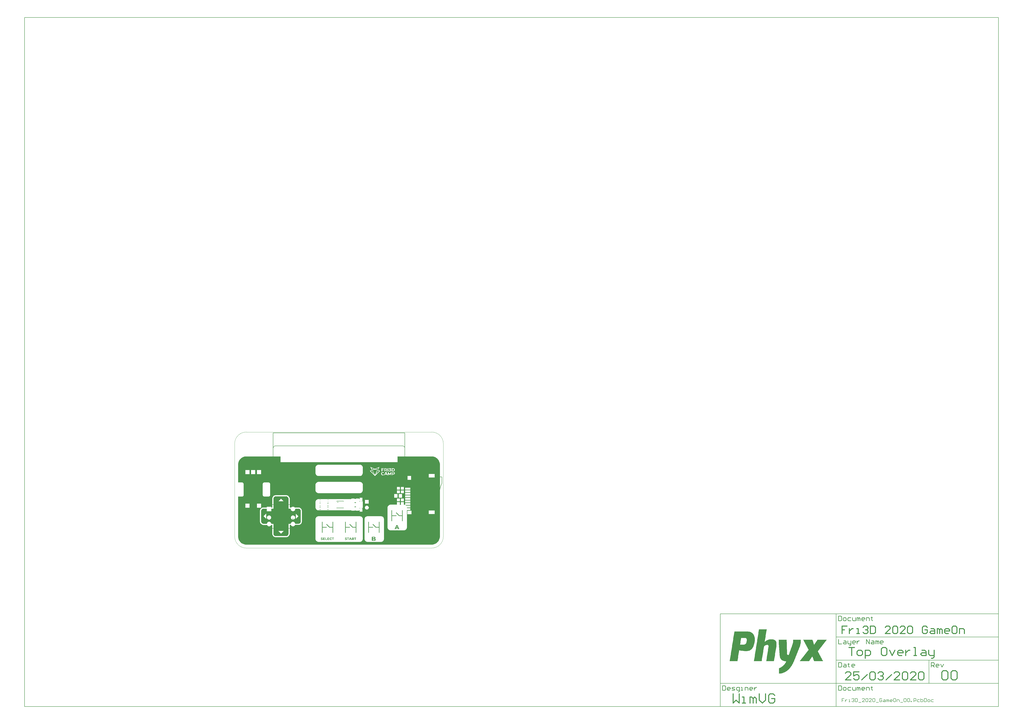
<source format=gto>
G04*
G04 #@! TF.GenerationSoftware,Altium Limited,Altium Designer,20.0.13 (296)*
G04*
G04 Layer_Color=65535*
%FSLAX25Y25*%
%MOIN*%
G70*
G01*
G75*
%ADD10C,0.01181*%
%ADD11C,0.00591*%
%ADD12C,0.00787*%
%ADD13C,0.01000*%
%ADD14C,0.01575*%
%ADD15C,0.00394*%
%ADD16C,0.00984*%
G36*
X337326Y155281D02*
X339071Y154813D01*
X340739Y154122D01*
X342304Y153219D01*
X343737Y152119D01*
X345014Y150842D01*
X346114Y149409D01*
X347017Y147845D01*
X347708Y146176D01*
X348176Y144431D01*
X348411Y142640D01*
Y141737D01*
X348425D01*
X348425Y19685D01*
Y18782D01*
X348189Y16991D01*
X347722Y15246D01*
X347031Y13577D01*
X346128Y12013D01*
X345028Y10580D01*
X343751Y9303D01*
X342318Y8203D01*
X340753Y7300D01*
X339085Y6609D01*
X337340Y6141D01*
X335549Y5906D01*
X18782D01*
X16991Y6141D01*
X15246Y6609D01*
X13577Y7300D01*
X12013Y8203D01*
X10580Y9303D01*
X9303Y10580D01*
X8203Y12013D01*
X7300Y13577D01*
X6609Y15246D01*
X6141Y16991D01*
X5906Y18782D01*
Y19685D01*
X5906Y87303D01*
X12604D01*
X13193Y87420D01*
X13748Y87650D01*
X14248Y87984D01*
X14673Y88409D01*
X15007Y88909D01*
X15237Y89464D01*
X15354Y90054D01*
Y90354D01*
Y108366D01*
Y108676D01*
X15233Y109285D01*
X14996Y109858D01*
X14651Y110374D01*
X14212Y110813D01*
X13697Y111157D01*
X13123Y111395D01*
X12515Y111516D01*
X5906D01*
Y141718D01*
X5901D01*
Y142622D01*
X6137Y144412D01*
X6604Y146157D01*
X7295Y147826D01*
X8198Y149390D01*
X9298Y150823D01*
X10575Y152101D01*
X12008Y153200D01*
X13573Y154103D01*
X15241Y154795D01*
X16986Y155262D01*
X18777Y155498D01*
X19680D01*
Y155512D01*
X77756Y155512D01*
Y145768D01*
X276575D01*
Y155512D01*
X334632Y155512D01*
Y155517D01*
X335535D01*
X337326Y155281D01*
D02*
G37*
G36*
X1005337Y-155808D02*
X1005050D01*
Y-156094D01*
X1004764D01*
Y-156380D01*
Y-156667D01*
X1004478D01*
Y-156953D01*
X1004192D01*
Y-157239D01*
X1003905D01*
Y-157526D01*
Y-157812D01*
X1003619D01*
Y-158098D01*
X1003333D01*
Y-158385D01*
X1003046D01*
Y-158671D01*
X1002760D01*
Y-158957D01*
Y-159244D01*
X1002474D01*
Y-159530D01*
X1002187D01*
Y-159816D01*
X1001901D01*
Y-160102D01*
Y-160389D01*
X1001615D01*
Y-160675D01*
X1001328D01*
Y-160961D01*
X1001042D01*
Y-161248D01*
X1000756D01*
Y-161534D01*
Y-161820D01*
X1000469D01*
Y-162107D01*
X1000183D01*
Y-162393D01*
X999897D01*
Y-162679D01*
Y-162966D01*
X999611D01*
Y-163252D01*
X999324D01*
Y-163538D01*
X999038D01*
Y-163824D01*
Y-164111D01*
X998752D01*
Y-164397D01*
X998465D01*
Y-164683D01*
X998179D01*
Y-164970D01*
X997893D01*
Y-165256D01*
Y-165542D01*
X997606D01*
Y-165829D01*
X997320D01*
Y-166115D01*
X997034D01*
Y-166401D01*
Y-166688D01*
X996747D01*
Y-166974D01*
X996461D01*
Y-167260D01*
X996175D01*
Y-167547D01*
Y-167833D01*
X995889D01*
Y-168119D01*
X995602D01*
Y-168405D01*
X995316D01*
Y-168692D01*
X995030D01*
Y-168978D01*
Y-169264D01*
X994743D01*
Y-169551D01*
X994457D01*
Y-169837D01*
X994171D01*
Y-170123D01*
Y-170410D01*
X993884D01*
Y-170696D01*
X993598D01*
Y-170982D01*
X993312D01*
Y-171269D01*
Y-171555D01*
X993025D01*
Y-171841D01*
X992739D01*
Y-172127D01*
X992453D01*
Y-172414D01*
X992166D01*
Y-172700D01*
Y-172986D01*
X991880D01*
Y-173273D01*
X991594D01*
Y-173559D01*
X991308D01*
Y-173845D01*
Y-174132D01*
X991021D01*
Y-174418D01*
X990735D01*
Y-174704D01*
X990449D01*
Y-174991D01*
X990162D01*
Y-175277D01*
Y-175563D01*
X990449D01*
Y-175850D01*
Y-176136D01*
X990735D01*
Y-176422D01*
Y-176709D01*
X991021D01*
Y-176995D01*
X991308D01*
Y-177281D01*
Y-177568D01*
X991594D01*
Y-177854D01*
Y-178140D01*
X991880D01*
Y-178426D01*
Y-178713D01*
X992166D01*
Y-178999D01*
Y-179285D01*
X992453D01*
Y-179572D01*
Y-179858D01*
X992739D01*
Y-180144D01*
Y-180431D01*
X993025D01*
Y-180717D01*
Y-181003D01*
X993312D01*
Y-181290D01*
Y-181576D01*
X993598D01*
Y-181862D01*
X993884D01*
Y-182149D01*
Y-182435D01*
X994171D01*
Y-182721D01*
Y-183007D01*
X994457D01*
Y-183294D01*
Y-183580D01*
X994743D01*
Y-183866D01*
Y-184153D01*
X995030D01*
Y-184439D01*
Y-184725D01*
X995316D01*
Y-185012D01*
Y-185298D01*
X995602D01*
Y-185584D01*
Y-185871D01*
X995889D01*
Y-186157D01*
X996175D01*
Y-186443D01*
Y-186730D01*
X996461D01*
Y-187016D01*
Y-187302D01*
X996747D01*
Y-187588D01*
Y-187875D01*
X997034D01*
Y-188161D01*
Y-188447D01*
X997320D01*
Y-188734D01*
Y-189020D01*
X997606D01*
Y-189306D01*
Y-189593D01*
X997893D01*
Y-189879D01*
Y-190165D01*
X998179D01*
Y-190452D01*
X998465D01*
Y-190738D01*
Y-191024D01*
X998752D01*
Y-191311D01*
Y-191597D01*
X999038D01*
Y-191883D01*
X983863D01*
Y-191597D01*
X983577D01*
Y-191311D01*
Y-191024D01*
Y-190738D01*
X983291D01*
Y-190452D01*
Y-190165D01*
Y-189879D01*
X983004D01*
Y-189593D01*
Y-189306D01*
X982718D01*
Y-189020D01*
Y-188734D01*
Y-188447D01*
X982432D01*
Y-188161D01*
Y-187875D01*
Y-187588D01*
X982146D01*
Y-187302D01*
Y-187016D01*
X981859D01*
Y-186730D01*
Y-186443D01*
Y-186157D01*
X981573D01*
Y-185871D01*
Y-185584D01*
Y-185298D01*
X981287D01*
Y-185012D01*
Y-184725D01*
Y-184439D01*
X981000D01*
Y-184153D01*
X980428D01*
Y-184439D01*
Y-184725D01*
X980141D01*
Y-185012D01*
X979855D01*
Y-185298D01*
Y-185584D01*
X979569D01*
Y-185871D01*
X979282D01*
Y-186157D01*
Y-186443D01*
X978996D01*
Y-186730D01*
X978710D01*
Y-187016D01*
Y-187302D01*
X978423D01*
Y-187588D01*
X978137D01*
Y-187875D01*
X977851D01*
Y-188161D01*
Y-188447D01*
X977565D01*
Y-188734D01*
X977278D01*
Y-189020D01*
Y-189306D01*
X976992D01*
Y-189593D01*
X976705D01*
Y-189879D01*
Y-190165D01*
X976419D01*
Y-190452D01*
X976133D01*
Y-190738D01*
Y-191024D01*
X975847D01*
Y-191311D01*
X975560D01*
Y-191597D01*
Y-191883D01*
X959527D01*
Y-191597D01*
X959813D01*
Y-191311D01*
X960099D01*
Y-191024D01*
X960386D01*
Y-190738D01*
X960672D01*
Y-190452D01*
Y-190165D01*
X960958D01*
Y-189879D01*
X961245D01*
Y-189593D01*
X961531D01*
Y-189306D01*
X961817D01*
Y-189020D01*
Y-188734D01*
X962104D01*
Y-188447D01*
X962390D01*
Y-188161D01*
X962676D01*
Y-187875D01*
Y-187588D01*
X962963D01*
Y-187302D01*
X963249D01*
Y-187016D01*
X963535D01*
Y-186730D01*
X963822D01*
Y-186443D01*
Y-186157D01*
X964108D01*
Y-185871D01*
X964394D01*
Y-185584D01*
X964680D01*
Y-185298D01*
X964967D01*
Y-185012D01*
Y-184725D01*
X965253D01*
Y-184439D01*
X965539D01*
Y-184153D01*
X965826D01*
Y-183866D01*
Y-183580D01*
X966112D01*
Y-183294D01*
X966398D01*
Y-183007D01*
X966685D01*
Y-182721D01*
X966971D01*
Y-182435D01*
Y-182149D01*
X967257D01*
Y-181862D01*
X967544D01*
Y-181576D01*
X967830D01*
Y-181290D01*
Y-181003D01*
X968116D01*
Y-180717D01*
X968402D01*
Y-180431D01*
X968689D01*
Y-180144D01*
X968975D01*
Y-179858D01*
Y-179572D01*
X969261D01*
Y-179285D01*
X969548D01*
Y-178999D01*
X969834D01*
Y-178713D01*
Y-178426D01*
X970120D01*
Y-178140D01*
X970407D01*
Y-177854D01*
X970693D01*
Y-177568D01*
X970979D01*
Y-177281D01*
Y-176995D01*
X971266D01*
Y-176709D01*
X971552D01*
Y-176422D01*
X971838D01*
Y-176136D01*
X972124D01*
Y-175850D01*
Y-175563D01*
X972411D01*
Y-175277D01*
X972697D01*
Y-174991D01*
X972983D01*
Y-174704D01*
Y-174418D01*
X973270D01*
Y-174132D01*
X973556D01*
Y-173845D01*
X973842D01*
Y-173559D01*
X974129D01*
Y-173273D01*
Y-172986D01*
X974415D01*
Y-172700D01*
Y-172414D01*
Y-172127D01*
X974129D01*
Y-171841D01*
X973842D01*
Y-171555D01*
Y-171269D01*
X973556D01*
Y-170982D01*
Y-170696D01*
X973270D01*
Y-170410D01*
Y-170123D01*
X972983D01*
Y-169837D01*
Y-169551D01*
X972697D01*
Y-169264D01*
Y-168978D01*
X972411D01*
Y-168692D01*
Y-168405D01*
X972124D01*
Y-168119D01*
X971838D01*
Y-167833D01*
Y-167547D01*
X971552D01*
Y-167260D01*
Y-166974D01*
X971266D01*
Y-166688D01*
Y-166401D01*
X970979D01*
Y-166115D01*
Y-165829D01*
X970693D01*
Y-165542D01*
Y-165256D01*
X970407D01*
Y-164970D01*
Y-164683D01*
X970120D01*
Y-164397D01*
X969834D01*
Y-164111D01*
Y-163824D01*
X969548D01*
Y-163538D01*
Y-163252D01*
X969261D01*
Y-162966D01*
Y-162679D01*
X968975D01*
Y-162393D01*
Y-162107D01*
X968689D01*
Y-161820D01*
Y-161534D01*
X968402D01*
Y-161248D01*
Y-160961D01*
X968116D01*
Y-160675D01*
Y-160389D01*
X967830D01*
Y-160102D01*
X967544D01*
Y-159816D01*
Y-159530D01*
X967257D01*
Y-159244D01*
Y-158957D01*
X966971D01*
Y-158671D01*
Y-158385D01*
X966685D01*
Y-158098D01*
Y-157812D01*
X966398D01*
Y-157526D01*
Y-157239D01*
X966112D01*
Y-156953D01*
Y-156667D01*
X965826D01*
Y-156380D01*
X965539D01*
Y-156094D01*
Y-155808D01*
X965253D01*
Y-155521D01*
X981000D01*
Y-155808D01*
X981287D01*
Y-156094D01*
Y-156380D01*
Y-156667D01*
X981573D01*
Y-156953D01*
Y-157239D01*
Y-157526D01*
X981859D01*
Y-157812D01*
Y-158098D01*
Y-158385D01*
X982146D01*
Y-158671D01*
Y-158957D01*
Y-159244D01*
X982432D01*
Y-159530D01*
Y-159816D01*
Y-160102D01*
X982718D01*
Y-160389D01*
Y-160675D01*
Y-160961D01*
X983004D01*
Y-161248D01*
Y-161534D01*
Y-161820D01*
X983291D01*
Y-162107D01*
Y-162393D01*
Y-162679D01*
X983577D01*
Y-162966D01*
Y-163252D01*
Y-163538D01*
Y-163824D01*
X984150D01*
Y-163538D01*
X984436D01*
Y-163252D01*
X984722D01*
Y-162966D01*
Y-162679D01*
X985009D01*
Y-162393D01*
X985295D01*
Y-162107D01*
Y-161820D01*
X985581D01*
Y-161534D01*
X985868D01*
Y-161248D01*
Y-160961D01*
X986154D01*
Y-160675D01*
X986440D01*
Y-160389D01*
Y-160102D01*
X986726D01*
Y-159816D01*
X987013D01*
Y-159530D01*
Y-159244D01*
X987299D01*
Y-158957D01*
X987585D01*
Y-158671D01*
Y-158385D01*
X987872D01*
Y-158098D01*
X988158D01*
Y-157812D01*
Y-157526D01*
X988444D01*
Y-157239D01*
X988731D01*
Y-156953D01*
Y-156667D01*
X989017D01*
Y-156380D01*
X989303D01*
Y-156094D01*
Y-155808D01*
X989590D01*
Y-155521D01*
X1005337D01*
Y-155808D01*
D02*
G37*
G36*
X872201Y-141778D02*
X873919D01*
Y-142065D01*
X874778D01*
Y-142351D01*
X875637D01*
Y-142637D01*
X876496D01*
Y-142924D01*
X877069D01*
Y-143210D01*
X877355D01*
Y-143496D01*
X877928D01*
Y-143783D01*
X878214D01*
Y-144069D01*
X878786D01*
Y-144355D01*
X879073D01*
Y-144641D01*
X879359D01*
Y-144928D01*
X879646D01*
Y-145214D01*
X879932D01*
Y-145501D01*
X880218D01*
Y-145787D01*
X880504D01*
Y-146073D01*
Y-146359D01*
X880791D01*
Y-146646D01*
X881077D01*
Y-146932D01*
Y-147218D01*
X881363D01*
Y-147505D01*
X881650D01*
Y-147791D01*
Y-148077D01*
X881936D01*
Y-148364D01*
Y-148650D01*
Y-148936D01*
X882222D01*
Y-149223D01*
Y-149509D01*
Y-149795D01*
X882509D01*
Y-150082D01*
Y-150368D01*
Y-150654D01*
Y-150940D01*
X882795D01*
Y-151227D01*
Y-151513D01*
Y-151799D01*
Y-152086D01*
Y-152372D01*
X883081D01*
Y-152658D01*
Y-152945D01*
Y-153231D01*
Y-153517D01*
Y-153804D01*
Y-154090D01*
Y-154376D01*
Y-154663D01*
Y-154949D01*
Y-155235D01*
Y-155521D01*
Y-155808D01*
Y-156094D01*
Y-156380D01*
Y-156667D01*
Y-156953D01*
Y-157239D01*
Y-157526D01*
Y-157812D01*
Y-158098D01*
X882795D01*
Y-158385D01*
Y-158671D01*
Y-158957D01*
Y-159244D01*
Y-159530D01*
Y-159816D01*
Y-160102D01*
X882509D01*
Y-160389D01*
Y-160675D01*
Y-160961D01*
Y-161248D01*
Y-161534D01*
X882222D01*
Y-161820D01*
Y-162107D01*
Y-162393D01*
Y-162679D01*
Y-162966D01*
X881936D01*
Y-163252D01*
Y-163538D01*
Y-163824D01*
X881650D01*
Y-164111D01*
Y-164397D01*
Y-164683D01*
Y-164970D01*
X881363D01*
Y-165256D01*
Y-165542D01*
Y-165829D01*
X881077D01*
Y-166115D01*
Y-166401D01*
X880791D01*
Y-166688D01*
Y-166974D01*
Y-167260D01*
X880504D01*
Y-167547D01*
Y-167833D01*
X880218D01*
Y-168119D01*
Y-168405D01*
X879932D01*
Y-168692D01*
Y-168978D01*
X879646D01*
Y-169264D01*
X879359D01*
Y-169551D01*
Y-169837D01*
X879073D01*
Y-170123D01*
X878786D01*
Y-170410D01*
X878500D01*
Y-170696D01*
Y-170982D01*
X878214D01*
Y-171269D01*
X877928D01*
Y-171555D01*
X877641D01*
Y-171841D01*
X877355D01*
Y-172127D01*
X877069D01*
Y-172414D01*
X876496D01*
Y-172700D01*
X876210D01*
Y-172986D01*
X875637D01*
Y-173273D01*
X875351D01*
Y-173559D01*
X874778D01*
Y-173845D01*
X873919D01*
Y-174132D01*
X873060D01*
Y-174418D01*
X872201D01*
Y-174704D01*
X870483D01*
Y-174991D01*
X865330D01*
Y-174704D01*
X862753D01*
Y-174418D01*
X860749D01*
Y-174132D01*
X859317D01*
Y-173845D01*
X857886D01*
Y-173559D01*
X856454D01*
Y-173845D01*
Y-174132D01*
Y-174418D01*
Y-174704D01*
Y-174991D01*
Y-175277D01*
Y-175563D01*
X856168D01*
Y-175850D01*
Y-176136D01*
Y-176422D01*
Y-176709D01*
Y-176995D01*
Y-177281D01*
X855882D01*
Y-177568D01*
Y-177854D01*
Y-178140D01*
Y-178426D01*
Y-178713D01*
Y-178999D01*
X855595D01*
Y-179285D01*
Y-179572D01*
Y-179858D01*
Y-180144D01*
Y-180431D01*
Y-180717D01*
Y-181003D01*
X855309D01*
Y-181290D01*
Y-181576D01*
Y-181862D01*
Y-182149D01*
Y-182435D01*
Y-182721D01*
X855023D01*
Y-183007D01*
Y-183294D01*
Y-183580D01*
Y-183866D01*
Y-184153D01*
Y-184439D01*
X854736D01*
Y-184725D01*
Y-185012D01*
Y-185298D01*
Y-185584D01*
Y-185871D01*
Y-186157D01*
Y-186443D01*
X854450D01*
Y-186730D01*
Y-187016D01*
Y-187302D01*
Y-187588D01*
Y-187875D01*
Y-188161D01*
X854164D01*
Y-188447D01*
Y-188734D01*
Y-189020D01*
Y-189306D01*
Y-189593D01*
Y-189879D01*
X853877D01*
Y-190165D01*
Y-190452D01*
Y-190738D01*
Y-191024D01*
Y-191311D01*
Y-191597D01*
Y-191883D01*
X840421D01*
Y-191597D01*
X840707D01*
Y-191311D01*
Y-191024D01*
Y-190738D01*
Y-190452D01*
Y-190165D01*
X840993D01*
Y-189879D01*
Y-189593D01*
Y-189306D01*
Y-189020D01*
Y-188734D01*
Y-188447D01*
Y-188161D01*
X841280D01*
Y-187875D01*
Y-187588D01*
Y-187302D01*
Y-187016D01*
Y-186730D01*
Y-186443D01*
X841566D01*
Y-186157D01*
Y-185871D01*
Y-185584D01*
Y-185298D01*
Y-185012D01*
Y-184725D01*
X841852D01*
Y-184439D01*
Y-184153D01*
Y-183866D01*
Y-183580D01*
Y-183294D01*
Y-183007D01*
Y-182721D01*
X842138D01*
Y-182435D01*
Y-182149D01*
Y-181862D01*
Y-181576D01*
Y-181290D01*
Y-181003D01*
X842425D01*
Y-180717D01*
Y-180431D01*
Y-180144D01*
Y-179858D01*
Y-179572D01*
Y-179285D01*
X842711D01*
Y-178999D01*
Y-178713D01*
Y-178426D01*
Y-178140D01*
Y-177854D01*
Y-177568D01*
X842997D01*
Y-177281D01*
Y-176995D01*
Y-176709D01*
Y-176422D01*
Y-176136D01*
Y-175850D01*
Y-175563D01*
X843284D01*
Y-175277D01*
Y-174991D01*
Y-174704D01*
Y-174418D01*
Y-174132D01*
Y-173845D01*
X843570D01*
Y-173559D01*
Y-173273D01*
Y-172986D01*
Y-172700D01*
Y-172414D01*
Y-172127D01*
X843856D01*
Y-171841D01*
Y-171555D01*
Y-171269D01*
Y-170982D01*
Y-170696D01*
Y-170410D01*
X844143D01*
Y-170123D01*
Y-169837D01*
Y-169551D01*
Y-169264D01*
Y-168978D01*
Y-168692D01*
Y-168405D01*
X844429D01*
Y-168119D01*
Y-167833D01*
Y-167547D01*
Y-167260D01*
Y-166974D01*
Y-166688D01*
X844715D01*
Y-166401D01*
Y-166115D01*
Y-165829D01*
Y-165542D01*
Y-165256D01*
Y-164970D01*
X845002D01*
Y-164683D01*
Y-164397D01*
Y-164111D01*
Y-163824D01*
Y-163538D01*
Y-163252D01*
Y-162966D01*
X845288D01*
Y-162679D01*
Y-162393D01*
Y-162107D01*
Y-161820D01*
Y-161534D01*
Y-161248D01*
X845574D01*
Y-160961D01*
Y-160675D01*
Y-160389D01*
Y-160102D01*
Y-159816D01*
Y-159530D01*
X845861D01*
Y-159244D01*
Y-158957D01*
Y-158671D01*
Y-158385D01*
Y-158098D01*
Y-157812D01*
X846147D01*
Y-157526D01*
Y-157239D01*
Y-156953D01*
Y-156667D01*
Y-156380D01*
Y-156094D01*
Y-155808D01*
X846433D01*
Y-155521D01*
Y-155235D01*
Y-154949D01*
Y-154663D01*
Y-154376D01*
Y-154090D01*
X846719D01*
Y-153804D01*
Y-153517D01*
Y-153231D01*
Y-152945D01*
Y-152658D01*
Y-152372D01*
X847006D01*
Y-152086D01*
Y-151799D01*
Y-151513D01*
Y-151227D01*
Y-150940D01*
Y-150654D01*
Y-150368D01*
X847292D01*
Y-150082D01*
Y-149795D01*
Y-149509D01*
Y-149223D01*
Y-148936D01*
Y-148650D01*
X847578D01*
Y-148364D01*
Y-148077D01*
Y-147791D01*
Y-147505D01*
Y-147218D01*
Y-146932D01*
X847865D01*
Y-146646D01*
Y-146359D01*
Y-146073D01*
Y-145787D01*
Y-145501D01*
Y-145214D01*
Y-144928D01*
X848151D01*
Y-144641D01*
Y-144355D01*
Y-144069D01*
Y-143783D01*
Y-143496D01*
Y-143210D01*
X848437D01*
Y-142924D01*
Y-142637D01*
Y-142351D01*
Y-142065D01*
Y-141778D01*
Y-141492D01*
X872201D01*
Y-141778D01*
D02*
G37*
G36*
X961245Y-155808D02*
Y-156094D01*
Y-156380D01*
Y-156667D01*
Y-156953D01*
Y-157239D01*
Y-157526D01*
Y-157812D01*
Y-158098D01*
Y-158385D01*
Y-158671D01*
Y-158957D01*
Y-159244D01*
Y-159530D01*
Y-159816D01*
Y-160102D01*
Y-160389D01*
Y-160675D01*
Y-160961D01*
Y-161248D01*
Y-161534D01*
X960958D01*
Y-161820D01*
Y-162107D01*
Y-162393D01*
Y-162679D01*
Y-162966D01*
X960672D01*
Y-163252D01*
Y-163538D01*
Y-163824D01*
Y-164111D01*
X960386D01*
Y-164397D01*
Y-164683D01*
Y-164970D01*
Y-165256D01*
X960099D01*
Y-165542D01*
Y-165829D01*
Y-166115D01*
X959813D01*
Y-166401D01*
Y-166688D01*
Y-166974D01*
X959527D01*
Y-167260D01*
Y-167547D01*
Y-167833D01*
X959241D01*
Y-168119D01*
Y-168405D01*
Y-168692D01*
X958954D01*
Y-168978D01*
Y-169264D01*
X958668D01*
Y-169551D01*
Y-169837D01*
X958381D01*
Y-170123D01*
Y-170410D01*
Y-170696D01*
X958095D01*
Y-170982D01*
Y-171269D01*
X957809D01*
Y-171555D01*
Y-171841D01*
Y-172127D01*
X957523D01*
Y-172414D01*
Y-172700D01*
X957236D01*
Y-172986D01*
Y-173273D01*
Y-173559D01*
X956950D01*
Y-173845D01*
Y-174132D01*
X956664D01*
Y-174418D01*
Y-174704D01*
Y-174991D01*
X956377D01*
Y-175277D01*
Y-175563D01*
X956091D01*
Y-175850D01*
Y-176136D01*
Y-176422D01*
X955805D01*
Y-176709D01*
Y-176995D01*
X955518D01*
Y-177281D01*
Y-177568D01*
Y-177854D01*
X955232D01*
Y-178140D01*
Y-178426D01*
X954946D01*
Y-178713D01*
Y-178999D01*
Y-179285D01*
X954659D01*
Y-179572D01*
Y-179858D01*
X954373D01*
Y-180144D01*
Y-180431D01*
Y-180717D01*
X954087D01*
Y-181003D01*
Y-181290D01*
X953800D01*
Y-181576D01*
Y-181862D01*
Y-182149D01*
X953514D01*
Y-182435D01*
Y-182721D01*
X953228D01*
Y-183007D01*
Y-183294D01*
Y-183580D01*
X952942D01*
Y-183866D01*
Y-184153D01*
X952655D01*
Y-184439D01*
Y-184725D01*
Y-185012D01*
X952369D01*
Y-185298D01*
Y-185584D01*
X952083D01*
Y-185871D01*
Y-186157D01*
Y-186443D01*
X951796D01*
Y-186730D01*
Y-187016D01*
X951510D01*
Y-187302D01*
Y-187588D01*
Y-187875D01*
X951224D01*
Y-188161D01*
Y-188447D01*
X950937D01*
Y-188734D01*
Y-189020D01*
Y-189306D01*
X950651D01*
Y-189593D01*
Y-189879D01*
X950365D01*
Y-190165D01*
Y-190452D01*
Y-190738D01*
X950078D01*
Y-191024D01*
Y-191311D01*
X949792D01*
Y-191597D01*
Y-191883D01*
Y-192169D01*
X949506D01*
Y-192456D01*
Y-192742D01*
X949220D01*
Y-193028D01*
Y-193315D01*
X948933D01*
Y-193601D01*
Y-193887D01*
X948647D01*
Y-194174D01*
Y-194460D01*
Y-194746D01*
X948361D01*
Y-195033D01*
X948074D01*
Y-195319D01*
Y-195605D01*
Y-195891D01*
X947788D01*
Y-196178D01*
X947502D01*
Y-196464D01*
Y-196750D01*
X947215D01*
Y-197037D01*
Y-197323D01*
X946929D01*
Y-197609D01*
Y-197896D01*
X946643D01*
Y-198182D01*
Y-198468D01*
X946356D01*
Y-198755D01*
X946070D01*
Y-199041D01*
Y-199327D01*
X945784D01*
Y-199614D01*
Y-199900D01*
X945497D01*
Y-200186D01*
X945211D01*
Y-200472D01*
X944925D01*
Y-200759D01*
Y-201045D01*
X944639D01*
Y-201331D01*
X944352D01*
Y-201618D01*
Y-201904D01*
X944066D01*
Y-202190D01*
X943780D01*
Y-202477D01*
X943493D01*
Y-202763D01*
Y-203049D01*
X943207D01*
Y-203336D01*
X942921D01*
Y-203622D01*
X942634D01*
Y-203908D01*
X942348D01*
Y-204195D01*
X942062D01*
Y-204481D01*
Y-204767D01*
X941775D01*
Y-205053D01*
X941489D01*
Y-205340D01*
X941203D01*
Y-205626D01*
X940916D01*
Y-205912D01*
X940630D01*
Y-206199D01*
X940344D01*
Y-206485D01*
X940057D01*
Y-206771D01*
X939485D01*
Y-207058D01*
X939199D01*
Y-207344D01*
X938912D01*
Y-207630D01*
X938626D01*
Y-207917D01*
X938340D01*
Y-208203D01*
X937767D01*
Y-208489D01*
X937481D01*
Y-208776D01*
X936908D01*
Y-209062D01*
X936622D01*
Y-209348D01*
X936049D01*
Y-209634D01*
X935763D01*
Y-209921D01*
X935190D01*
Y-210207D01*
X934618D01*
Y-210493D01*
X934045D01*
Y-210780D01*
X933472D01*
Y-211066D01*
X932900D01*
Y-211352D01*
X932041D01*
Y-211639D01*
X931468D01*
Y-211925D01*
X930609D01*
Y-212211D01*
X929464D01*
Y-212498D01*
X928319D01*
Y-212784D01*
X926601D01*
Y-213070D01*
X924597D01*
Y-213357D01*
X924310D01*
Y-213070D01*
Y-212784D01*
Y-212498D01*
Y-212211D01*
Y-211925D01*
Y-211639D01*
Y-211352D01*
Y-211066D01*
Y-210780D01*
Y-210493D01*
Y-210207D01*
Y-209921D01*
Y-209634D01*
Y-209348D01*
Y-209062D01*
Y-208776D01*
Y-208489D01*
Y-208203D01*
Y-207917D01*
Y-207630D01*
Y-207344D01*
Y-207058D01*
Y-206771D01*
Y-206485D01*
Y-206199D01*
Y-205912D01*
Y-205626D01*
Y-205340D01*
Y-205053D01*
Y-204767D01*
Y-204481D01*
Y-204195D01*
Y-203908D01*
X924883D01*
Y-203622D01*
X925455D01*
Y-203336D01*
X926028D01*
Y-203049D01*
X926601D01*
Y-202763D01*
X927173D01*
Y-202477D01*
X927746D01*
Y-202190D01*
X928032D01*
Y-201904D01*
X928605D01*
Y-201618D01*
X928891D01*
Y-201331D01*
X929464D01*
Y-201045D01*
X929750D01*
Y-200759D01*
X930037D01*
Y-200472D01*
X930609D01*
Y-200186D01*
X930896D01*
Y-199900D01*
X931182D01*
Y-199614D01*
X931468D01*
Y-199327D01*
X931754D01*
Y-199041D01*
X932041D01*
Y-198755D01*
X932327D01*
Y-198468D01*
X932613D01*
Y-198182D01*
X932900D01*
Y-197896D01*
X933186D01*
Y-197609D01*
X933472D01*
Y-197323D01*
X933759D01*
Y-197037D01*
Y-196750D01*
X934045D01*
Y-196464D01*
X934331D01*
Y-196178D01*
X934618D01*
Y-195891D01*
Y-195605D01*
X934904D01*
Y-195319D01*
X935190D01*
Y-195033D01*
Y-194746D01*
X935476D01*
Y-194460D01*
Y-194174D01*
X935763D01*
Y-193887D01*
X936049D01*
Y-193601D01*
Y-193315D01*
X936335D01*
Y-193028D01*
Y-192742D01*
X936622D01*
Y-192456D01*
Y-192169D01*
X934904D01*
Y-191883D01*
X932900D01*
Y-191597D01*
X931754D01*
Y-191311D01*
X931182D01*
Y-191024D01*
X930323D01*
Y-190738D01*
X929750D01*
Y-190452D01*
X929464D01*
Y-190165D01*
X928891D01*
Y-189879D01*
X928605D01*
Y-189593D01*
X928319D01*
Y-189306D01*
X928032D01*
Y-189020D01*
X927746D01*
Y-188734D01*
X927460D01*
Y-188447D01*
Y-188161D01*
X927173D01*
Y-187875D01*
X926887D01*
Y-187588D01*
Y-187302D01*
X926601D01*
Y-187016D01*
Y-186730D01*
X926315D01*
Y-186443D01*
Y-186157D01*
X926028D01*
Y-185871D01*
Y-185584D01*
Y-185298D01*
X925742D01*
Y-185012D01*
Y-184725D01*
Y-184439D01*
Y-184153D01*
X925455D01*
Y-183866D01*
Y-183580D01*
Y-183294D01*
Y-183007D01*
Y-182721D01*
Y-182435D01*
Y-182149D01*
X925169D01*
Y-181862D01*
Y-181576D01*
Y-181290D01*
Y-181003D01*
Y-180717D01*
Y-180431D01*
Y-180144D01*
Y-179858D01*
Y-179572D01*
Y-179285D01*
Y-178999D01*
Y-178713D01*
Y-178426D01*
Y-178140D01*
Y-177854D01*
X924883D01*
Y-177568D01*
Y-177281D01*
Y-176995D01*
Y-176709D01*
Y-176422D01*
Y-176136D01*
Y-175850D01*
Y-175563D01*
Y-175277D01*
Y-174991D01*
Y-174704D01*
Y-174418D01*
Y-174132D01*
Y-173845D01*
Y-173559D01*
X924597D01*
Y-173273D01*
Y-172986D01*
Y-172700D01*
Y-172414D01*
Y-172127D01*
Y-171841D01*
Y-171555D01*
Y-171269D01*
Y-170982D01*
Y-170696D01*
Y-170410D01*
Y-170123D01*
Y-169837D01*
Y-169551D01*
Y-169264D01*
Y-168978D01*
X924310D01*
Y-168692D01*
Y-168405D01*
Y-168119D01*
Y-167833D01*
Y-167547D01*
Y-167260D01*
Y-166974D01*
Y-166688D01*
Y-166401D01*
Y-166115D01*
Y-165829D01*
Y-165542D01*
Y-165256D01*
Y-164970D01*
Y-164683D01*
Y-164397D01*
X924024D01*
Y-164111D01*
Y-163824D01*
Y-163538D01*
Y-163252D01*
Y-162966D01*
Y-162679D01*
Y-162393D01*
Y-162107D01*
Y-161820D01*
Y-161534D01*
Y-161248D01*
Y-160961D01*
Y-160675D01*
Y-160389D01*
X923738D01*
Y-160102D01*
Y-159816D01*
Y-159530D01*
Y-159244D01*
Y-158957D01*
Y-158671D01*
Y-158385D01*
Y-158098D01*
Y-157812D01*
Y-157526D01*
Y-157239D01*
Y-156953D01*
Y-156667D01*
Y-156380D01*
Y-156094D01*
Y-155808D01*
X923451D01*
Y-155521D01*
X937194D01*
Y-155808D01*
Y-156094D01*
Y-156380D01*
Y-156667D01*
Y-156953D01*
Y-157239D01*
Y-157526D01*
Y-157812D01*
Y-158098D01*
Y-158385D01*
Y-158671D01*
Y-158957D01*
Y-159244D01*
Y-159530D01*
X937481D01*
Y-159816D01*
Y-160102D01*
Y-160389D01*
Y-160675D01*
Y-160961D01*
Y-161248D01*
Y-161534D01*
Y-161820D01*
Y-162107D01*
Y-162393D01*
Y-162679D01*
Y-162966D01*
Y-163252D01*
Y-163538D01*
Y-163824D01*
Y-164111D01*
Y-164397D01*
Y-164683D01*
Y-164970D01*
Y-165256D01*
Y-165542D01*
Y-165829D01*
Y-166115D01*
Y-166401D01*
Y-166688D01*
Y-166974D01*
Y-167260D01*
Y-167547D01*
Y-167833D01*
Y-168119D01*
Y-168405D01*
Y-168692D01*
Y-168978D01*
Y-169264D01*
Y-169551D01*
Y-169837D01*
Y-170123D01*
Y-170410D01*
Y-170696D01*
Y-170982D01*
Y-171269D01*
X937767D01*
Y-171555D01*
X937481D01*
Y-171841D01*
Y-172127D01*
X937767D01*
Y-172414D01*
Y-172700D01*
Y-172986D01*
Y-173273D01*
Y-173559D01*
Y-173845D01*
Y-174132D01*
Y-174418D01*
Y-174704D01*
Y-174991D01*
Y-175277D01*
Y-175563D01*
Y-175850D01*
Y-176136D01*
Y-176422D01*
Y-176709D01*
Y-176995D01*
Y-177281D01*
Y-177568D01*
Y-177854D01*
Y-178140D01*
Y-178426D01*
Y-178713D01*
Y-178999D01*
Y-179285D01*
Y-179572D01*
X938053D01*
Y-179858D01*
Y-180144D01*
Y-180431D01*
X938340D01*
Y-180717D01*
X938626D01*
Y-181003D01*
X938912D01*
Y-181290D01*
X939771D01*
Y-181576D01*
X940630D01*
Y-181290D01*
X940916D01*
Y-181003D01*
Y-180717D01*
Y-180431D01*
X941203D01*
Y-180144D01*
Y-179858D01*
X941489D01*
Y-179572D01*
Y-179285D01*
Y-178999D01*
X941775D01*
Y-178713D01*
Y-178426D01*
Y-178140D01*
X942062D01*
Y-177854D01*
Y-177568D01*
Y-177281D01*
X942348D01*
Y-176995D01*
Y-176709D01*
Y-176422D01*
X942634D01*
Y-176136D01*
Y-175850D01*
X942921D01*
Y-175563D01*
Y-175277D01*
Y-174991D01*
X943207D01*
Y-174704D01*
Y-174418D01*
Y-174132D01*
X943493D01*
Y-173845D01*
Y-173559D01*
Y-173273D01*
X943780D01*
Y-172986D01*
Y-172700D01*
X944066D01*
Y-172414D01*
Y-172127D01*
Y-171841D01*
X944352D01*
Y-171555D01*
Y-171269D01*
Y-170982D01*
X944639D01*
Y-170696D01*
Y-170410D01*
Y-170123D01*
X944925D01*
Y-169837D01*
Y-169551D01*
X945211D01*
Y-169264D01*
Y-168978D01*
Y-168692D01*
X945497D01*
Y-168405D01*
Y-168119D01*
Y-167833D01*
X945784D01*
Y-167547D01*
Y-167260D01*
Y-166974D01*
X946070D01*
Y-166688D01*
Y-166401D01*
X946356D01*
Y-166115D01*
Y-165829D01*
Y-165542D01*
X946643D01*
Y-165256D01*
Y-164970D01*
Y-164683D01*
X946929D01*
Y-164397D01*
Y-164111D01*
Y-163824D01*
X947215D01*
Y-163538D01*
Y-163252D01*
Y-162966D01*
Y-162679D01*
X947502D01*
Y-162393D01*
Y-162107D01*
Y-161820D01*
Y-161534D01*
X947788D01*
Y-161248D01*
Y-160961D01*
Y-160675D01*
Y-160389D01*
Y-160102D01*
X948074D01*
Y-159816D01*
Y-159530D01*
Y-159244D01*
Y-158957D01*
Y-158671D01*
Y-158385D01*
X948361D01*
Y-158098D01*
Y-157812D01*
Y-157526D01*
Y-157239D01*
Y-156953D01*
Y-156667D01*
Y-156380D01*
Y-156094D01*
Y-155808D01*
Y-155521D01*
X961245D01*
Y-155808D01*
D02*
G37*
G36*
X903409Y-138343D02*
Y-138629D01*
X903123D01*
Y-138915D01*
Y-139202D01*
Y-139488D01*
Y-139774D01*
Y-140060D01*
Y-140347D01*
X902837D01*
Y-140633D01*
Y-140919D01*
Y-141206D01*
Y-141492D01*
Y-141778D01*
Y-142065D01*
X902551D01*
Y-142351D01*
Y-142637D01*
Y-142924D01*
Y-143210D01*
Y-143496D01*
Y-143783D01*
Y-144069D01*
X902264D01*
Y-144355D01*
Y-144641D01*
Y-144928D01*
Y-145214D01*
Y-145501D01*
Y-145787D01*
X901978D01*
Y-146073D01*
Y-146359D01*
Y-146646D01*
Y-146932D01*
Y-147218D01*
Y-147505D01*
X901692D01*
Y-147791D01*
Y-148077D01*
Y-148364D01*
Y-148650D01*
Y-148936D01*
Y-149223D01*
Y-149509D01*
X901405D01*
Y-149795D01*
Y-150082D01*
Y-150368D01*
Y-150654D01*
Y-150940D01*
Y-151227D01*
X901119D01*
Y-151513D01*
Y-151799D01*
Y-152086D01*
Y-152372D01*
Y-152658D01*
Y-152945D01*
X900833D01*
Y-153231D01*
Y-153517D01*
Y-153804D01*
Y-154090D01*
Y-154376D01*
Y-154663D01*
X900546D01*
Y-154949D01*
Y-155235D01*
Y-155521D01*
Y-155808D01*
Y-156094D01*
Y-156380D01*
Y-156667D01*
X900260D01*
Y-156953D01*
Y-157239D01*
Y-157526D01*
Y-157812D01*
Y-158098D01*
Y-158385D01*
X899974D01*
Y-158671D01*
Y-158957D01*
X900546D01*
Y-158671D01*
X900833D01*
Y-158385D01*
X901119D01*
Y-158098D01*
X901692D01*
Y-157812D01*
X901978D01*
Y-157526D01*
X902264D01*
Y-157239D01*
X902837D01*
Y-156953D01*
X903409D01*
Y-156667D01*
X903696D01*
Y-156380D01*
X904268D01*
Y-156094D01*
X905127D01*
Y-155808D01*
X905700D01*
Y-155521D01*
X906559D01*
Y-155235D01*
X907990D01*
Y-154949D01*
X914289D01*
Y-155235D01*
X915435D01*
Y-155521D01*
X916294D01*
Y-155808D01*
X916866D01*
Y-156094D01*
X917153D01*
Y-156380D01*
X917725D01*
Y-156667D01*
X918011D01*
Y-156953D01*
X918298D01*
Y-157239D01*
X918584D01*
Y-157526D01*
X918870D01*
Y-157812D01*
Y-158098D01*
X919157D01*
Y-158385D01*
Y-158671D01*
X919443D01*
Y-158957D01*
Y-159244D01*
Y-159530D01*
X919729D01*
Y-159816D01*
Y-160102D01*
Y-160389D01*
Y-160675D01*
X920016D01*
Y-160961D01*
Y-161248D01*
Y-161534D01*
Y-161820D01*
Y-162107D01*
Y-162393D01*
Y-162679D01*
Y-162966D01*
Y-163252D01*
Y-163538D01*
Y-163824D01*
Y-164111D01*
Y-164397D01*
Y-164683D01*
Y-164970D01*
Y-165256D01*
Y-165542D01*
Y-165829D01*
X919729D01*
Y-166115D01*
Y-166401D01*
Y-166688D01*
Y-166974D01*
Y-167260D01*
Y-167547D01*
Y-167833D01*
X919443D01*
Y-168119D01*
Y-168405D01*
Y-168692D01*
Y-168978D01*
Y-169264D01*
Y-169551D01*
Y-169837D01*
X919157D01*
Y-170123D01*
Y-170410D01*
Y-170696D01*
Y-170982D01*
Y-171269D01*
Y-171555D01*
X918870D01*
Y-171841D01*
Y-172127D01*
Y-172414D01*
Y-172700D01*
Y-172986D01*
Y-173273D01*
X918584D01*
Y-173559D01*
Y-173845D01*
Y-174132D01*
Y-174418D01*
Y-174704D01*
Y-174991D01*
X918298D01*
Y-175277D01*
Y-175563D01*
Y-175850D01*
Y-176136D01*
Y-176422D01*
Y-176709D01*
Y-176995D01*
X918011D01*
Y-177281D01*
Y-177568D01*
Y-177854D01*
Y-178140D01*
Y-178426D01*
Y-178713D01*
X917725D01*
Y-178999D01*
Y-179285D01*
Y-179572D01*
Y-179858D01*
Y-180144D01*
Y-180431D01*
X917439D01*
Y-180717D01*
Y-181003D01*
Y-181290D01*
Y-181576D01*
Y-181862D01*
Y-182149D01*
Y-182435D01*
X917153D01*
Y-182721D01*
Y-183007D01*
Y-183294D01*
Y-183580D01*
Y-183866D01*
Y-184153D01*
X916866D01*
Y-184439D01*
Y-184725D01*
Y-185012D01*
Y-185298D01*
Y-185584D01*
Y-185871D01*
X916580D01*
Y-186157D01*
Y-186443D01*
Y-186730D01*
Y-187016D01*
Y-187302D01*
Y-187588D01*
X916294D01*
Y-187875D01*
Y-188161D01*
Y-188447D01*
Y-188734D01*
Y-189020D01*
Y-189306D01*
Y-189593D01*
X916007D01*
Y-189879D01*
Y-190165D01*
Y-190452D01*
Y-190738D01*
Y-191024D01*
Y-191311D01*
X915721D01*
Y-191597D01*
Y-191883D01*
X902551D01*
Y-191597D01*
Y-191311D01*
X902837D01*
Y-191024D01*
Y-190738D01*
Y-190452D01*
Y-190165D01*
Y-189879D01*
Y-189593D01*
X903123D01*
Y-189306D01*
Y-189020D01*
Y-188734D01*
Y-188447D01*
Y-188161D01*
Y-187875D01*
Y-187588D01*
X903409D01*
Y-187302D01*
Y-187016D01*
Y-186730D01*
Y-186443D01*
Y-186157D01*
Y-185871D01*
X903696D01*
Y-185584D01*
Y-185298D01*
Y-185012D01*
Y-184725D01*
Y-184439D01*
Y-184153D01*
X903982D01*
Y-183866D01*
Y-183580D01*
Y-183294D01*
Y-183007D01*
Y-182721D01*
Y-182435D01*
Y-182149D01*
X904268D01*
Y-181862D01*
Y-181576D01*
Y-181290D01*
Y-181003D01*
Y-180717D01*
Y-180431D01*
X904555D01*
Y-180144D01*
Y-179858D01*
Y-179572D01*
Y-179285D01*
Y-178999D01*
Y-178713D01*
Y-178426D01*
X904841D01*
Y-178140D01*
Y-177854D01*
Y-177568D01*
Y-177281D01*
Y-176995D01*
Y-176709D01*
X905127D01*
Y-176422D01*
Y-176136D01*
Y-175850D01*
Y-175563D01*
Y-175277D01*
Y-174991D01*
X905414D01*
Y-174704D01*
Y-174418D01*
Y-174132D01*
Y-173845D01*
Y-173559D01*
Y-173273D01*
X905700D01*
Y-172986D01*
Y-172700D01*
Y-172414D01*
Y-172127D01*
Y-171841D01*
Y-171555D01*
Y-171269D01*
X905986D01*
Y-170982D01*
Y-170696D01*
Y-170410D01*
Y-170123D01*
Y-169837D01*
Y-169551D01*
X906273D01*
Y-169264D01*
Y-168978D01*
Y-168692D01*
Y-168405D01*
Y-168119D01*
Y-167833D01*
Y-167547D01*
X906559D01*
Y-167260D01*
Y-166974D01*
Y-166688D01*
Y-166401D01*
Y-166115D01*
Y-165829D01*
X906273D01*
Y-165542D01*
Y-165256D01*
X905986D01*
Y-164970D01*
X905700D01*
Y-164683D01*
X905127D01*
Y-164397D01*
X903409D01*
Y-164683D01*
X901978D01*
Y-164970D01*
X901119D01*
Y-165256D01*
X900546D01*
Y-165542D01*
X900260D01*
Y-165829D01*
X899687D01*
Y-166115D01*
X899401D01*
Y-166401D01*
X899115D01*
Y-166688D01*
Y-166974D01*
X898828D01*
Y-167260D01*
Y-167547D01*
Y-167833D01*
X898542D01*
Y-168119D01*
Y-168405D01*
Y-168692D01*
Y-168978D01*
Y-169264D01*
Y-169551D01*
X898256D01*
Y-169837D01*
Y-170123D01*
Y-170410D01*
Y-170696D01*
Y-170982D01*
Y-171269D01*
Y-171555D01*
X897970D01*
Y-171841D01*
Y-172127D01*
Y-172414D01*
Y-172700D01*
Y-172986D01*
Y-173273D01*
X897683D01*
Y-173559D01*
Y-173845D01*
Y-174132D01*
Y-174418D01*
Y-174704D01*
Y-174991D01*
X897397D01*
Y-175277D01*
Y-175563D01*
Y-175850D01*
Y-176136D01*
Y-176422D01*
Y-176709D01*
X897111D01*
Y-176995D01*
Y-177281D01*
Y-177568D01*
Y-177854D01*
Y-178140D01*
Y-178426D01*
Y-178713D01*
X896824D01*
Y-178999D01*
Y-179285D01*
Y-179572D01*
Y-179858D01*
Y-180144D01*
Y-180431D01*
X896538D01*
Y-180717D01*
Y-181003D01*
Y-181290D01*
Y-181576D01*
Y-181862D01*
Y-182149D01*
X896252D01*
Y-182435D01*
Y-182721D01*
Y-183007D01*
Y-183294D01*
Y-183580D01*
Y-183866D01*
Y-184153D01*
X895965D01*
Y-184439D01*
Y-184725D01*
Y-185012D01*
Y-185298D01*
Y-185584D01*
Y-185871D01*
X895679D01*
Y-186157D01*
Y-186443D01*
Y-186730D01*
Y-187016D01*
Y-187302D01*
Y-187588D01*
X895393D01*
Y-187875D01*
Y-188161D01*
Y-188447D01*
Y-188734D01*
Y-189020D01*
Y-189306D01*
X895106D01*
Y-189593D01*
Y-189879D01*
Y-190165D01*
Y-190452D01*
Y-190738D01*
Y-191024D01*
Y-191311D01*
X894820D01*
Y-191597D01*
Y-191883D01*
X881650D01*
Y-191597D01*
Y-191311D01*
X881936D01*
Y-191024D01*
Y-190738D01*
Y-190452D01*
Y-190165D01*
Y-189879D01*
Y-189593D01*
Y-189306D01*
X882222D01*
Y-189020D01*
Y-188734D01*
Y-188447D01*
Y-188161D01*
Y-187875D01*
Y-187588D01*
X882509D01*
Y-187302D01*
Y-187016D01*
Y-186730D01*
Y-186443D01*
Y-186157D01*
Y-185871D01*
X882795D01*
Y-185584D01*
Y-185298D01*
Y-185012D01*
Y-184725D01*
Y-184439D01*
Y-184153D01*
Y-183866D01*
X883081D01*
Y-183580D01*
Y-183294D01*
Y-183007D01*
Y-182721D01*
Y-182435D01*
Y-182149D01*
X883368D01*
Y-181862D01*
Y-181576D01*
Y-181290D01*
Y-181003D01*
Y-180717D01*
Y-180431D01*
X883654D01*
Y-180144D01*
Y-179858D01*
Y-179572D01*
Y-179285D01*
Y-178999D01*
Y-178713D01*
X883940D01*
Y-178426D01*
Y-178140D01*
Y-177854D01*
Y-177568D01*
Y-177281D01*
Y-176995D01*
Y-176709D01*
X884227D01*
Y-176422D01*
Y-176136D01*
Y-175850D01*
Y-175563D01*
Y-175277D01*
Y-174991D01*
X884513D01*
Y-174704D01*
Y-174418D01*
Y-174132D01*
Y-173845D01*
Y-173559D01*
Y-173273D01*
X884799D01*
Y-172986D01*
Y-172700D01*
Y-172414D01*
Y-172127D01*
Y-171841D01*
Y-171555D01*
Y-171269D01*
X885085D01*
Y-170982D01*
Y-170696D01*
Y-170410D01*
Y-170123D01*
Y-169837D01*
Y-169551D01*
X885372D01*
Y-169264D01*
Y-168978D01*
Y-168692D01*
Y-168405D01*
Y-168119D01*
Y-167833D01*
X885658D01*
Y-167547D01*
Y-167260D01*
Y-166974D01*
Y-166688D01*
Y-166401D01*
Y-166115D01*
X885944D01*
Y-165829D01*
Y-165542D01*
Y-165256D01*
Y-164970D01*
Y-164683D01*
Y-164397D01*
Y-164111D01*
X886231D01*
Y-163824D01*
Y-163538D01*
Y-163252D01*
Y-162966D01*
Y-162679D01*
Y-162393D01*
X886517D01*
Y-162107D01*
Y-161820D01*
Y-161534D01*
Y-161248D01*
Y-160961D01*
Y-160675D01*
X886803D01*
Y-160389D01*
Y-160102D01*
Y-159816D01*
Y-159530D01*
Y-159244D01*
Y-158957D01*
X887090D01*
Y-158671D01*
Y-158385D01*
Y-158098D01*
Y-157812D01*
Y-157526D01*
Y-157239D01*
Y-156953D01*
X887376D01*
Y-156667D01*
Y-156380D01*
Y-156094D01*
Y-155808D01*
Y-155521D01*
Y-155235D01*
X887662D01*
Y-154949D01*
Y-154663D01*
Y-154376D01*
Y-154090D01*
Y-153804D01*
Y-153517D01*
X887949D01*
Y-153231D01*
Y-152945D01*
Y-152658D01*
Y-152372D01*
Y-152086D01*
Y-151799D01*
Y-151513D01*
X888235D01*
Y-151227D01*
Y-150940D01*
Y-150654D01*
Y-150368D01*
Y-150082D01*
Y-149795D01*
X888521D01*
Y-149509D01*
Y-149223D01*
Y-148936D01*
Y-148650D01*
Y-148364D01*
Y-148077D01*
X888807D01*
Y-147791D01*
Y-147505D01*
Y-147218D01*
Y-146932D01*
Y-146646D01*
Y-146359D01*
X889094D01*
Y-146073D01*
Y-145787D01*
Y-145501D01*
Y-145214D01*
Y-144928D01*
Y-144641D01*
Y-144355D01*
X889380D01*
Y-144069D01*
Y-143783D01*
Y-143496D01*
Y-143210D01*
Y-142924D01*
Y-142637D01*
X889666D01*
Y-142351D01*
Y-142065D01*
Y-141778D01*
Y-141492D01*
Y-141206D01*
Y-140919D01*
X889953D01*
Y-140633D01*
Y-140347D01*
Y-140060D01*
Y-139774D01*
Y-139488D01*
Y-139202D01*
Y-138915D01*
X890239D01*
Y-138629D01*
Y-138343D01*
Y-138056D01*
X903409D01*
Y-138343D01*
D02*
G37*
%LPC*%
G36*
X212977Y141463D02*
X212474Y141463D01*
X142501Y141463D01*
X142501Y141463D01*
X141997Y141463D01*
X141008Y141267D01*
X140077Y140882D01*
X139239Y140323D01*
X138525Y139611D01*
X137964Y138775D01*
X137576Y137844D01*
X137377Y136856D01*
X137376Y136352D01*
X137376Y127436D01*
X137376Y127436D01*
X137377Y126932D01*
X137576Y125944D01*
X137964Y125013D01*
X138525Y124177D01*
X139239Y123465D01*
X140077Y122906D01*
X141008Y122521D01*
X141997Y122325D01*
X142501Y122325D01*
X212418D01*
X212922Y122325D01*
X213910Y122521D01*
X214842Y122906D01*
X215680Y123465D01*
X216394Y124177D01*
X216955Y125013D01*
X217343Y125944D01*
X217542Y126932D01*
X217543Y127436D01*
X217599Y136352D01*
Y136352D01*
Y136352D01*
D01*
X217597Y136856D01*
X217398Y137844D01*
X217011Y138775D01*
X216449Y139611D01*
X215736Y140323D01*
X214897Y140882D01*
X213966Y141267D01*
X212977Y141463D01*
D02*
G37*
G36*
X256587Y135452D02*
X256432Y135450D01*
X254154Y135450D01*
X254099Y130172D01*
X255307D01*
Y131644D01*
X256488D01*
X257502Y130172D01*
X258807D01*
X257627Y131866D01*
X257627D01*
X257748Y131918D01*
X257973Y132053D01*
X258177Y132219D01*
X258356Y132411D01*
X258432Y132519D01*
X258432D01*
X258504Y132632D01*
X258613Y132876D01*
X258684Y133134D01*
X258715Y133399D01*
X258710Y133533D01*
X258710Y133533D01*
X258715Y133667D01*
X258685Y133932D01*
X258614Y134190D01*
X258505Y134435D01*
X258432Y134547D01*
X258432Y134547D01*
X258362Y134658D01*
X258189Y134857D01*
X257987Y135026D01*
X257762Y135163D01*
X257640Y135213D01*
X257640Y135213D01*
X257640D01*
X257498Y135274D01*
X257201Y135365D01*
X256896Y135424D01*
X256587Y135452D01*
D02*
G37*
G36*
X245988Y137741D02*
X238154Y134519D01*
X230321Y137741D01*
X232626Y133130D01*
X233432Y133464D01*
X232140Y136075D01*
X237015Y134075D01*
X229474Y130977D01*
X238154Y122297D01*
X246835Y130977D01*
X239307Y134075D01*
X244168Y136075D01*
X242876Y133491D01*
X243696Y133158D01*
X245988Y137741D01*
D02*
G37*
G36*
X265432Y135477D02*
X261752D01*
Y134491D01*
X263988D01*
X262904Y133269D01*
Y132464D01*
X263460D01*
X263502Y132462D01*
X263585Y132457D01*
X263669Y132448D01*
X263752Y132434D01*
X263793Y132426D01*
X263793D01*
X263811Y132422D01*
X263846Y132413D01*
X263881Y132404D01*
X263916Y132393D01*
X263933Y132387D01*
X263933D01*
X263949Y132381D01*
X263980Y132369D01*
X264011Y132356D01*
X264041Y132342D01*
X264056Y132335D01*
X264056Y132335D01*
X264070Y132328D01*
X264097Y132313D01*
X264123Y132297D01*
X264149Y132280D01*
X264161Y132271D01*
X264173Y132262D01*
X264195Y132244D01*
X264217Y132226D01*
X264238Y132206D01*
X264248Y132195D01*
X264266Y132176D01*
X264300Y132133D01*
X264329Y132087D01*
X264354Y132039D01*
X264365Y132014D01*
X264374Y131988D01*
X264389Y131934D01*
X264399Y131880D01*
X264404Y131825D01*
X264404Y131797D01*
X264446Y131783D01*
X264444Y131709D01*
X264411Y131565D01*
X264342Y131435D01*
X264242Y131326D01*
X264182Y131283D01*
X264098Y131241D01*
X263923Y131175D01*
X263740Y131132D01*
X263554Y131115D01*
X263460Y131116D01*
X263460D01*
X263358Y131118D01*
X263154Y131134D01*
X262951Y131165D01*
X262752Y131212D01*
X262654Y131241D01*
X262561Y131269D01*
X262378Y131338D01*
X262203Y131425D01*
X262038Y131530D01*
X261960Y131588D01*
Y131588D01*
X261488Y130658D01*
X261593Y130586D01*
X261813Y130459D01*
X262043Y130351D01*
X262282Y130262D01*
X262404Y130227D01*
X262404Y130227D01*
X262537Y130192D01*
X262805Y130139D01*
X263077Y130104D01*
X263351Y130087D01*
X263488Y130088D01*
X263643Y130084D01*
X263953Y130109D01*
X264258Y130168D01*
X264554Y130262D01*
X264696Y130325D01*
X264808Y130371D01*
X265016Y130498D01*
X265203Y130653D01*
X265365Y130834D01*
X265432Y130936D01*
Y130936D01*
X265492Y131030D01*
X265582Y131234D01*
X265642Y131449D01*
X265670Y131671D01*
X265668Y131783D01*
X265668Y131783D01*
X265674Y131920D01*
X265634Y132190D01*
X265541Y132448D01*
X265399Y132682D01*
X265307Y132783D01*
X265202Y132890D01*
X264958Y133065D01*
X264688Y133196D01*
X264401Y133280D01*
X264251Y133297D01*
X264251Y133297D01*
X265432Y134686D01*
Y135477D01*
D02*
G37*
G36*
X260863Y135450D02*
X259654D01*
Y130172D01*
X260863D01*
Y135450D01*
D02*
G37*
G36*
X253279D02*
X249307D01*
X249293Y130172D01*
X250501D01*
Y132102D01*
X252946D01*
Y133075D01*
X250501D01*
Y134464D01*
X253279D01*
Y135450D01*
D02*
G37*
G36*
X269183Y135454D02*
X268988Y135450D01*
X266599D01*
X266529Y130172D01*
X268988D01*
X269183Y130168D01*
X269573Y130206D01*
X269956Y130290D01*
X270326Y130419D01*
X270502Y130505D01*
X270658Y130582D01*
X270948Y130776D01*
X271209Y131009D01*
X271435Y131275D01*
X271529Y131422D01*
X271707Y131740D01*
X271891Y132446D01*
Y133175D01*
X271707Y133881D01*
X271529Y134200D01*
X271529D01*
X271435Y134347D01*
X271209Y134613D01*
X270948Y134845D01*
X270658Y135040D01*
X270502Y135116D01*
X270502D01*
X270326Y135202D01*
X269956Y135331D01*
X269573Y135415D01*
X269183Y135454D01*
D02*
G37*
G36*
X271765Y128019D02*
X271765D01*
Y128019D01*
X271765Y128019D01*
D02*
G37*
G36*
X253710D02*
D01*
Y128019D01*
Y128019D01*
D02*
G37*
G36*
X251354Y128951D02*
X250977Y128908D01*
X250609Y128820D01*
X250253Y128689D01*
X250085Y128602D01*
X249926Y128518D01*
X249636Y128309D01*
X249375Y128062D01*
X249150Y127783D01*
X249057Y127630D01*
X248967Y127472D01*
X248831Y127135D01*
X248740Y126784D01*
X248695Y126423D01*
X248696Y126241D01*
X248696D01*
X248695Y126059D01*
X248740Y125699D01*
X248831Y125347D01*
X248967Y125010D01*
X249057Y124852D01*
X249057Y124852D01*
X249150Y124699D01*
X249375Y124420D01*
X249636Y124174D01*
X249926Y123964D01*
X250085Y123880D01*
X250252Y123791D01*
X250607Y123657D01*
X250976Y123569D01*
X251354Y123529D01*
X251543Y123533D01*
X251702Y123531D01*
X252017Y123559D01*
X252329Y123619D01*
X252633Y123709D01*
X252779Y123769D01*
X252779D01*
X252914Y123826D01*
X253169Y123972D01*
X253404Y124148D01*
X253616Y124350D01*
X253710Y124463D01*
X252932Y125186D01*
X252932D01*
X252798Y125042D01*
X252485Y124805D01*
X252126Y124647D01*
X251740Y124576D01*
X251543Y124574D01*
X251430Y124576D01*
X251204Y124600D01*
X250983Y124652D01*
X250770Y124733D01*
X250668Y124783D01*
X250668D01*
X250577Y124838D01*
X250406Y124967D01*
X250255Y125118D01*
X250126Y125288D01*
X250071Y125380D01*
X250033Y125490D01*
X249978Y125717D01*
X249953Y125948D01*
X249959Y126181D01*
X249974Y126297D01*
X250029Y126324D01*
X250033Y126438D01*
X250062Y126664D01*
X250118Y126885D01*
X250201Y127098D01*
X250252Y127200D01*
X250252Y127199D01*
X250308Y127290D01*
X250438Y127459D01*
X250589Y127610D01*
X250758Y127740D01*
X250849Y127797D01*
X250951Y127847D01*
X251163Y127927D01*
X251384Y127980D01*
X251610Y128004D01*
X251724Y128005D01*
X251920Y128004D01*
X252306Y127932D01*
X252665Y127774D01*
X252979Y127538D01*
X253113Y127394D01*
X253710Y128019D01*
X253616Y128129D01*
X253405Y128328D01*
X253174Y128504D01*
X252925Y128653D01*
X252793Y128713D01*
X252793D01*
X252644Y128773D01*
X252337Y128863D01*
X252022Y128922D01*
X251703Y128951D01*
X251543Y128950D01*
X251354Y128951D01*
D02*
G37*
G36*
X266210Y128908D02*
X265210D01*
X263265Y125644D01*
X261293Y128908D01*
X260293D01*
Y123644D01*
X261432D01*
Y126741D01*
X262974Y124199D01*
X263529D01*
X265071Y126811D01*
Y123644D01*
X266210D01*
Y128908D01*
D02*
G37*
G36*
X44771Y132382D02*
X37894D01*
Y125492D01*
X44771D01*
Y132382D01*
D02*
G37*
G36*
X34929D02*
X28051D01*
Y125492D01*
X34929D01*
Y132382D01*
D02*
G37*
G36*
X25086D02*
X18209D01*
Y125492D01*
X25086D01*
Y132382D01*
D02*
G37*
G36*
X269906Y128913D02*
X269752Y128908D01*
X267474D01*
Y123644D01*
X268696D01*
Y125033D01*
X269752D01*
X269752Y125033D01*
X269906Y125028D01*
X270215Y125051D01*
X270520Y125107D01*
X270817Y125195D01*
X270960Y125255D01*
X271082Y125307D01*
X271309Y125445D01*
X271514Y125614D01*
X271692Y125811D01*
X271765Y125922D01*
X271902Y126152D01*
X272044Y126668D01*
Y127203D01*
X271902Y127719D01*
X271765Y127950D01*
Y128019D01*
X271690Y128128D01*
X271511Y128324D01*
X271307Y128493D01*
X271081Y128632D01*
X270960Y128686D01*
X270960Y128686D01*
X270817Y128745D01*
X270520Y128834D01*
X270215Y128890D01*
X269906Y128913D01*
D02*
G37*
G36*
X257404Y128950D02*
X256196D01*
X253849Y123686D01*
X255099D01*
X255571Y124825D01*
X258015D01*
X258474Y123686D01*
X259752D01*
X257404Y128950D01*
D02*
G37*
G36*
X339469Y125689D02*
X329429D01*
Y119587D01*
X339469D01*
Y125689D01*
D02*
G37*
G36*
X299705Y122539D02*
X293602D01*
Y115650D01*
X299705D01*
Y122539D01*
D02*
G37*
G36*
X212977Y112297D02*
X212474Y112297D01*
X142501Y112297D01*
X142501Y112297D01*
X141997Y112297D01*
X141008Y112100D01*
X140077Y111715D01*
X139239Y111156D01*
X138525Y110445D01*
X137964Y109608D01*
X137576Y108677D01*
X137377Y107689D01*
X137376Y107185D01*
X137376Y98283D01*
X137376D01*
Y98283D01*
Y97778D01*
X137573Y96788D01*
X137959Y95855D01*
X138520Y95016D01*
X138877Y94659D01*
X138877D01*
X139234Y94302D01*
X140073Y93741D01*
X141006Y93355D01*
X141996Y93158D01*
X142501Y93158D01*
X212418D01*
X212923Y93158D01*
X213913Y93355D01*
X214845Y93741D01*
X215685Y94302D01*
X216042Y94659D01*
X216399Y95016D01*
X216960Y95855D01*
X217346Y96788D01*
X217543Y97778D01*
Y98283D01*
X217599Y107185D01*
X217599D01*
X217597Y107689D01*
X217398Y108677D01*
X217011Y109608D01*
X216449Y110445D01*
X215736Y111156D01*
X214897Y111715D01*
X213966Y112100D01*
X212977Y112297D01*
D02*
G37*
G36*
X287303Y103642D02*
X282382D01*
Y99114D01*
X287303D01*
Y103642D01*
D02*
G37*
G36*
X280610D02*
X275689D01*
Y99114D01*
X280610D01*
Y103642D01*
D02*
G37*
G36*
X298130Y102264D02*
X289665D01*
Y98917D01*
X298130D01*
Y102264D01*
D02*
G37*
G36*
Y97933D02*
X289665D01*
Y94587D01*
X298130D01*
Y97933D01*
D02*
G37*
G36*
X287303Y97736D02*
X282382D01*
Y93209D01*
X287303D01*
Y97736D01*
D02*
G37*
G36*
X280610D02*
X275689D01*
Y93209D01*
X280610D01*
Y97736D01*
D02*
G37*
G36*
X298130Y93602D02*
X289665D01*
Y90256D01*
X298130D01*
Y93602D01*
D02*
G37*
G36*
X87908Y89685D02*
X87306Y89685D01*
X69945Y89685D01*
Y89685D01*
X69945D01*
X69343Y89685D01*
X68162Y89451D01*
X67050Y88990D01*
X66049Y88321D01*
X65624Y87896D01*
X65198Y87470D01*
X64529Y86469D01*
X64069Y85357D01*
X63834Y84176D01*
X63834Y83574D01*
Y68824D01*
X62303D01*
Y70177D01*
X54626D01*
Y68824D01*
X49084D01*
X48483Y68823D01*
X47304Y68586D01*
X46194Y68124D01*
X45196Y67455D01*
X44347Y66604D01*
X43680Y65604D01*
X43220Y64493D01*
X42986Y63314D01*
X42986Y62713D01*
Y45352D01*
X42986D01*
Y45352D01*
X42986Y44751D01*
X43220Y43572D01*
X43680Y42461D01*
X44347Y41461D01*
X45196Y40610D01*
X46194Y39941D01*
X47304Y39479D01*
X48483Y39242D01*
X49084Y39241D01*
X54934D01*
X55063Y38930D01*
X55483Y38301D01*
X56018Y37766D01*
X56646Y37346D01*
X57345Y37057D01*
X58087Y36909D01*
X58843D01*
X59584Y37057D01*
X60283Y37346D01*
X60912Y37766D01*
X61446Y38301D01*
X61866Y38930D01*
X61995Y39241D01*
X63834D01*
Y24491D01*
X63834D01*
X63835Y23890D01*
X64072Y22711D01*
X64534Y21601D01*
X65203Y20603D01*
X66054Y19754D01*
X67054Y19087D01*
X68165Y18628D01*
X69344Y18393D01*
X69945Y18393D01*
X87306D01*
Y18393D01*
X87306D01*
X87306D01*
D01*
X87907Y18393D01*
X89086Y18628D01*
X90197Y19087D01*
X91197Y19754D01*
X92048Y20603D01*
X92717Y21601D01*
X93179Y22711D01*
X93416Y23890D01*
X93417Y24491D01*
Y39282D01*
X95468D01*
X95614Y38930D01*
X96034Y38301D01*
X96569Y37766D01*
X97198Y37346D01*
X97896Y37057D01*
X98638Y36909D01*
X99394D01*
X100135Y37057D01*
X100834Y37346D01*
X101463Y37766D01*
X101997Y38301D01*
X102418Y38930D01*
X102564Y39282D01*
X108769D01*
X109950Y39517D01*
X111062Y39978D01*
X112063Y40647D01*
X112488Y41072D01*
X112488D01*
X112914Y41498D01*
X113583Y42499D01*
X114044Y43611D01*
X114278Y44792D01*
X114278Y45393D01*
Y62741D01*
X114278Y63343D01*
X114044Y64523D01*
X113583Y65636D01*
X112914Y66637D01*
X112488Y67062D01*
X112488Y67062D01*
X112063Y67488D01*
X111062Y68156D01*
X109950Y68617D01*
X108769Y68852D01*
X108167Y68852D01*
X101931D01*
X101463Y69320D01*
X100834Y69740D01*
X100135Y70030D01*
X99394Y70177D01*
X98638D01*
X97896Y70030D01*
X97198Y69740D01*
X96569Y69320D01*
X96101Y68852D01*
X93417D01*
Y83574D01*
X93417Y83574D01*
Y84176D01*
X93182Y85357D01*
X92722Y86469D01*
X92053Y87470D01*
X91627Y87896D01*
X91627Y87896D01*
X91202Y88321D01*
X90201Y88990D01*
X89089Y89451D01*
X87908Y89685D01*
D02*
G37*
G36*
X57397Y111516D02*
X50477D01*
X49869Y111395D01*
X49295Y111157D01*
X48780Y110813D01*
X48341Y110374D01*
X47996Y109858D01*
X47759Y109285D01*
X47638Y108676D01*
Y108366D01*
Y90354D01*
Y90054D01*
X47755Y89464D01*
X47985Y88909D01*
X48319Y88409D01*
X48744Y87984D01*
X49244Y87650D01*
X49799Y87420D01*
X50388Y87303D01*
X57486D01*
X58075Y87420D01*
X58630Y87650D01*
X59130Y87984D01*
X59555Y88409D01*
X59889Y88909D01*
X60119Y89464D01*
X60236Y90054D01*
Y90354D01*
Y108366D01*
Y108676D01*
X60115Y109285D01*
X59878Y109858D01*
X59533Y110374D01*
X59094Y110813D01*
X58578Y111157D01*
X58005Y111395D01*
X57397Y111516D01*
D02*
G37*
G36*
X298130Y89272D02*
X289665D01*
Y85925D01*
X298130D01*
Y89272D01*
D02*
G37*
G36*
X284154Y91831D02*
X278445D01*
Y85335D01*
X284154D01*
Y91831D01*
D02*
G37*
G36*
X276673D02*
X270965D01*
Y85335D01*
X276673D01*
Y91831D01*
D02*
G37*
G36*
X216732Y85335D02*
X212106D01*
X212106Y83130D01*
X211122D01*
Y83957D01*
X198327D01*
Y83130D01*
X142501Y83130D01*
X142501Y83130D01*
X141997Y83130D01*
X141008Y82934D01*
X140077Y82548D01*
X139239Y81990D01*
X138525Y81278D01*
X137964Y80441D01*
X137576Y79511D01*
X137377Y78523D01*
X137376Y78019D01*
X137376Y69116D01*
X137376D01*
X137376Y68611D01*
X137573Y67621D01*
X137959Y66688D01*
X138520Y65849D01*
X138877Y65492D01*
X138877D01*
X139234Y65135D01*
X140073Y64574D01*
X141006Y64188D01*
X141996Y63991D01*
X142501Y63991D01*
X198327D01*
Y63287D01*
X211122D01*
Y63991D01*
X212106D01*
X212106Y61910D01*
X216732D01*
X216732Y66348D01*
X216960Y66688D01*
X217346Y67621D01*
X217543Y68611D01*
Y69116D01*
X217599Y78019D01*
X217597Y78523D01*
X217398Y79511D01*
X217011Y80441D01*
X216732Y80856D01*
X216732Y85335D01*
D02*
G37*
G36*
X298130Y84941D02*
X289665D01*
Y81595D01*
X298130D01*
Y84941D01*
D02*
G37*
G36*
X287303Y83957D02*
X282382D01*
Y79429D01*
X287303D01*
Y83957D01*
D02*
G37*
G36*
X280610D02*
X275689D01*
Y79429D01*
X280610D01*
Y83957D01*
D02*
G37*
G36*
X298130Y80610D02*
X289665D01*
Y77264D01*
X298130D01*
Y80610D01*
D02*
G37*
G36*
X227658Y81890D02*
X221161D01*
Y75394D01*
X227658D01*
Y81890D01*
D02*
G37*
G36*
X287303Y78051D02*
X282382D01*
Y73713D01*
X280610D01*
Y78051D01*
X275689D01*
Y73713D01*
X264738D01*
X264234Y73712D01*
X263246Y73513D01*
X262316Y73125D01*
X261478Y72564D01*
X260767Y71850D01*
X260208Y71012D01*
X259823Y70081D01*
X259627Y69092D01*
X259627Y68588D01*
Y35255D01*
X259627Y34751D01*
X259823Y33762D01*
X260208Y32831D01*
X260767Y31992D01*
X261478Y31279D01*
X262316Y30717D01*
X263246Y30330D01*
X264234Y30131D01*
X264738Y30130D01*
X264738Y30130D01*
Y30130D01*
X287937D01*
X288927Y30327D01*
X289860Y30713D01*
X290699Y31274D01*
X291056Y31631D01*
X291413Y31988D01*
X291974Y32827D01*
X292360Y33760D01*
X292557Y34750D01*
Y35255D01*
Y35255D01*
X292594Y64272D01*
X298130D01*
Y67618D01*
X292598D01*
X292599Y68588D01*
Y68602D01*
X298130D01*
Y71949D01*
X291361D01*
X291098Y72212D01*
X290741Y72569D01*
X290196Y72933D01*
X298130D01*
Y76279D01*
X289665D01*
Y73228D01*
X288969Y73516D01*
X287979Y73713D01*
X287474Y73713D01*
X287474Y73713D01*
X287303D01*
Y78051D01*
D02*
G37*
G36*
X44771Y75295D02*
X37894D01*
Y68405D01*
X44771D01*
Y75295D01*
D02*
G37*
G36*
X25086D02*
X18209D01*
Y68405D01*
X25086D01*
Y75295D01*
D02*
G37*
G36*
X224739Y71969D02*
X224080D01*
X223433Y71840D01*
X222824Y71588D01*
X222276Y71221D01*
X221810Y70755D01*
X221444Y70207D01*
X221192Y69598D01*
X221063Y68952D01*
Y68622D01*
Y68292D01*
X221192Y67646D01*
X221444Y67037D01*
X221810Y66489D01*
X222276Y66023D01*
X222824Y65656D01*
X223433Y65404D01*
X224080Y65276D01*
X224739D01*
X225386Y65404D01*
X225995Y65656D01*
X226543Y66023D01*
X227009Y66489D01*
X227375Y67037D01*
X227627Y67646D01*
X227756Y68292D01*
Y68622D01*
Y68952D01*
X227627Y69598D01*
X227375Y70207D01*
X227009Y70755D01*
X226543Y71221D01*
X225995Y71588D01*
X225386Y71840D01*
X224739Y71969D01*
D02*
G37*
G36*
X339469Y63878D02*
X329429D01*
Y57776D01*
X339469D01*
Y63878D01*
D02*
G37*
G36*
X300098Y63484D02*
X293209D01*
Y57382D01*
X300098D01*
Y63484D01*
D02*
G37*
G36*
X248936Y54102D02*
X248432Y54102D01*
X225682Y54102D01*
Y54102D01*
X225179Y54102D01*
X224191Y53905D01*
X223261Y53520D01*
X222424Y52961D01*
X222068Y52605D01*
X222068D01*
X221712Y52249D01*
X221152Y51412D01*
X220767Y50482D01*
X220571Y49494D01*
X220571Y48991D01*
Y15657D01*
X220571D01*
Y15657D01*
Y15154D01*
X220767Y14166D01*
X221152Y13236D01*
X221712Y12399D01*
X222068Y12043D01*
X222424Y11687D01*
X223261Y11128D01*
X224191Y10742D01*
X225179Y10546D01*
X248376D01*
Y10546D01*
X248880Y10546D01*
X249869Y10742D01*
X250800Y11127D01*
X251639Y11686D01*
X252352Y12398D01*
X252914Y13235D01*
X253301Y14165D01*
X253500Y15153D01*
X253502Y15657D01*
X253557Y48991D01*
X253556Y49495D01*
X253357Y50483D01*
X252969Y51413D01*
X252408Y52250D01*
X251694Y52962D01*
X250856Y53521D01*
X249924Y53906D01*
X248936Y54102D01*
D02*
G37*
G36*
X212977Y54074D02*
X212474Y54074D01*
Y54074D01*
X142501Y54074D01*
X141997Y54074D01*
X141008Y53878D01*
X140077Y53493D01*
X139239Y52934D01*
X138525Y52222D01*
X137964Y51385D01*
X137576Y50455D01*
X137377Y49467D01*
X137376Y48963D01*
X137376D01*
X137376Y15629D01*
X137377Y15126D01*
X137576Y14138D01*
X137964Y13207D01*
X138525Y12370D01*
X139239Y11659D01*
X140077Y11100D01*
X141008Y10715D01*
X141997Y10518D01*
X142501Y10518D01*
X142501D01*
X212418Y10518D01*
X212918Y10513D01*
X213903Y10695D01*
X214833Y11065D01*
X215674Y11608D01*
X216394Y12303D01*
X216966Y13124D01*
X217369Y14041D01*
X217586Y15018D01*
X217599Y15518D01*
X217599Y15518D01*
Y48963D01*
X217597Y49467D01*
X217398Y50455D01*
X217011Y51385D01*
X216449Y52222D01*
X215736Y52934D01*
X214897Y53493D01*
X213966Y53878D01*
X212977Y54074D01*
D02*
G37*
G36*
X253557Y48991D02*
Y48991D01*
D01*
Y48991D01*
D02*
G37*
%LPD*%
G36*
X256623Y134387D02*
X256835Y134326D01*
X257035Y134233D01*
X257126Y134172D01*
Y134172D01*
X257201Y134110D01*
X257316Y133955D01*
X257392Y133778D01*
X257424Y133588D01*
X257418Y133491D01*
X257418Y133491D01*
X257423Y133395D01*
X257388Y133206D01*
X257313Y133029D01*
X257199Y132874D01*
X257126Y132811D01*
X257126Y132866D01*
X257038Y132797D01*
X256840Y132690D01*
X256627Y132615D01*
X256406Y132576D01*
X256293Y132575D01*
X255293D01*
Y134408D01*
X256293D01*
X256403Y134412D01*
X256623Y134387D01*
D02*
G37*
G36*
X257126Y132811D02*
X257126D01*
X257126Y132811D01*
Y132811D01*
D02*
G37*
G36*
X245293Y130602D02*
X239585Y124894D01*
X242543Y130797D01*
X241724Y131130D01*
X238154Y123991D01*
X234585Y131130D01*
X233779Y130797D01*
X236737Y124950D01*
X231029Y130644D01*
X238154Y133575D01*
X245293Y130602D01*
D02*
G37*
G36*
X269370Y134399D02*
X269691Y134289D01*
X269985Y134118D01*
X270113Y134005D01*
X270113D01*
X270233Y133890D01*
X270418Y133614D01*
X270540Y133305D01*
X270594Y132977D01*
X270585Y132818D01*
X270595Y132657D01*
X270543Y132325D01*
X270421Y132012D01*
X270234Y131732D01*
X270113Y131616D01*
X270113Y131616D01*
X269986Y131502D01*
X269693Y131327D01*
X269371Y131213D01*
X269033Y131163D01*
X268863Y131172D01*
X268863Y131172D01*
X267752D01*
Y134436D01*
X268863D01*
X269033Y134446D01*
X269370Y134399D01*
D02*
G37*
%LPC*%
G36*
X270585Y132825D02*
Y132811D01*
X270585Y132818D01*
X270585Y132825D01*
D02*
G37*
%LPD*%
G36*
X251724Y128005D02*
X251724D01*
X251724D01*
D01*
D02*
G37*
G36*
X251543Y123533D02*
X251543D01*
X251543D01*
D01*
D02*
G37*
G36*
X269969Y127919D02*
X270181Y127863D01*
X270382Y127773D01*
X270474Y127713D01*
X270546Y127647D01*
X270659Y127488D01*
X270738Y127308D01*
X270778Y127117D01*
X270778Y127019D01*
Y126921D01*
X270738Y126730D01*
X270659Y126550D01*
X270546Y126391D01*
X270474Y126324D01*
X270382Y126263D01*
X270182Y126170D01*
X269970Y126110D01*
X269751Y126084D01*
X269640Y126088D01*
X269640Y126088D01*
X268654D01*
Y127922D01*
X269640D01*
Y127936D01*
X269750Y127942D01*
X269969Y127919D01*
D02*
G37*
G36*
X257613Y125713D02*
X255946D01*
X256779Y127727D01*
X257613Y125713D01*
D02*
G37*
G36*
X87306Y87741D02*
X87716D01*
X88521Y87581D01*
X89280Y87267D01*
X89962Y86811D01*
X90252Y86521D01*
X90543Y86230D01*
X90999Y85548D01*
X91313Y84790D01*
X91473Y83985D01*
Y83574D01*
Y66908D01*
X95215D01*
X95177Y66717D01*
Y66339D01*
Y65961D01*
X95325Y65219D01*
X95614Y64520D01*
X96034Y63892D01*
X96569Y63357D01*
X97198Y62937D01*
X97896Y62647D01*
X98638Y62500D01*
X99394D01*
X100135Y62647D01*
X100834Y62937D01*
X101463Y63357D01*
X101997Y63892D01*
X102418Y64520D01*
X102707Y65219D01*
X102854Y65961D01*
Y66339D01*
Y66717D01*
X102816Y66908D01*
X108140D01*
X108550Y66908D01*
X109355Y66747D01*
X110113Y66433D01*
X110796Y65977D01*
X111086Y65687D01*
Y65687D01*
X111376Y65397D01*
X111832Y64714D01*
X112146Y63956D01*
X112306Y63151D01*
Y62741D01*
Y45380D01*
Y44969D01*
X112146Y44164D01*
X111832Y43406D01*
X111376Y42724D01*
X111086Y42433D01*
X110796Y42143D01*
X110113Y41687D01*
X109355Y41373D01*
X108550Y41213D01*
X108140Y41213D01*
X102837D01*
X102707Y41868D01*
X102418Y42566D01*
X101997Y43195D01*
X101463Y43730D01*
X100834Y44150D01*
X100135Y44439D01*
X99394Y44587D01*
X98638D01*
X97896Y44439D01*
X97198Y44150D01*
X96569Y43730D01*
X96034Y43195D01*
X95614Y42566D01*
X95325Y41868D01*
X95194Y41213D01*
X91473D01*
Y24546D01*
Y24136D01*
X91313Y23331D01*
X90999Y22572D01*
X90543Y21890D01*
X90252Y21600D01*
Y21600D01*
X89962Y21310D01*
X89280Y20854D01*
X88521Y20540D01*
X87716Y20380D01*
X87306Y20380D01*
X69534D01*
X68730Y20540D01*
X67971Y20854D01*
X67289Y21310D01*
X66999Y21600D01*
X66708Y21890D01*
X66252Y22572D01*
X65938Y23331D01*
X65778Y24136D01*
X65778Y24546D01*
Y41213D01*
X62286D01*
X62156Y41868D01*
X61866Y42566D01*
X61446Y43195D01*
X60912Y43730D01*
X60283Y44150D01*
X59584Y44439D01*
X58843Y44587D01*
X58087D01*
X57345Y44439D01*
X56646Y44150D01*
X56018Y43730D01*
X55483Y43195D01*
X55063Y42566D01*
X54773Y41868D01*
X54643Y41213D01*
X49111D01*
X48701Y41213D01*
X47896Y41373D01*
X47138Y41687D01*
X46455Y42143D01*
X46165Y42433D01*
Y42433D01*
X45875Y42724D01*
X45419Y43406D01*
X45105Y44164D01*
X44945Y44969D01*
Y45380D01*
Y45380D01*
Y62741D01*
Y63151D01*
X45105Y63956D01*
X45419Y64714D01*
X45875Y65397D01*
X46165Y65687D01*
X46165D01*
X46455Y65977D01*
X47138Y66433D01*
X47896Y66747D01*
X48701Y66908D01*
X49111Y66908D01*
Y66908D01*
X54626D01*
Y62500D01*
X62303D01*
Y66908D01*
X65778D01*
Y83574D01*
X65778Y83985D01*
X65938Y84790D01*
X66252Y85548D01*
X66708Y86230D01*
X66999Y86521D01*
X67289Y86811D01*
X67971Y87267D01*
X68730Y87581D01*
X69534Y87741D01*
X69945D01*
Y87741D01*
X87306Y87741D01*
D02*
G37*
%LPC*%
G36*
X78598Y83755D02*
X74098Y79255D01*
X83098D01*
X78598Y83755D01*
D02*
G37*
G36*
X103764Y58574D02*
Y49588D01*
X108265Y54074D01*
X103764Y58574D01*
D02*
G37*
G36*
X53431Y58588D02*
X48931Y54088D01*
X53431Y49588D01*
Y58588D01*
D02*
G37*
G36*
X99365Y55315D02*
X98667D01*
X97982Y55179D01*
X97337Y54912D01*
X96757Y54524D01*
X96263Y54030D01*
X95876Y53450D01*
X95609Y52805D01*
X95472Y52121D01*
Y51772D01*
Y51423D01*
X95609Y50738D01*
X95876Y50093D01*
X96263Y49513D01*
X96757Y49019D01*
X97337Y48632D01*
X97982Y48364D01*
X98667Y48228D01*
X99365D01*
X100049Y48364D01*
X100694Y48632D01*
X101275Y49019D01*
X101768Y49513D01*
X102156Y50093D01*
X102423Y50738D01*
X102559Y51423D01*
Y51772D01*
Y52121D01*
X102423Y52805D01*
X102156Y53450D01*
X101768Y54030D01*
X101275Y54524D01*
X100694Y54912D01*
X100049Y55179D01*
X99365Y55315D01*
D02*
G37*
G36*
X58814D02*
X58116D01*
X57431Y55179D01*
X56786Y54912D01*
X56206Y54524D01*
X55712Y54030D01*
X55325Y53450D01*
X55057Y52805D01*
X54921Y52121D01*
Y51772D01*
Y51423D01*
X55057Y50738D01*
X55325Y50093D01*
X55712Y49513D01*
X56206Y49019D01*
X56786Y48632D01*
X57431Y48364D01*
X58116Y48228D01*
X58814D01*
X59498Y48364D01*
X60143Y48632D01*
X60723Y49019D01*
X61217Y49513D01*
X61605Y50093D01*
X61872Y50738D01*
X62008Y51423D01*
Y51772D01*
Y52121D01*
X61872Y52805D01*
X61605Y53450D01*
X61217Y54030D01*
X60723Y54524D01*
X60143Y54912D01*
X59498Y55179D01*
X58814Y55315D01*
D02*
G37*
G36*
X83098Y28921D02*
X74098D01*
X78598Y24421D01*
X83098Y28921D01*
D02*
G37*
%LPD*%
G36*
X279505Y31942D02*
X277811D01*
X277186Y33433D01*
X273944D01*
X273326Y31942D01*
X271676D01*
X274785Y38924D01*
X276384D01*
X279505Y31942D01*
D02*
G37*
%LPC*%
G36*
X275575Y37338D02*
X274466Y34662D01*
X276683D01*
X275575Y37338D01*
D02*
G37*
%LPD*%
G36*
X236634Y19232D02*
X236743Y19226D01*
X236864Y19213D01*
X237004Y19201D01*
X237151Y19175D01*
X237303Y19150D01*
X237469Y19118D01*
X237628Y19080D01*
X237794Y19035D01*
X237953Y18978D01*
X238106Y18908D01*
X238252Y18837D01*
X238386Y18748D01*
X238393Y18742D01*
X238418Y18723D01*
X238450Y18697D01*
X238495Y18659D01*
X238545Y18608D01*
X238603Y18551D01*
X238667Y18481D01*
X238730Y18398D01*
X238794Y18309D01*
X238851Y18207D01*
X238909Y18099D01*
X238960Y17984D01*
X239004Y17856D01*
X239036Y17723D01*
X239061Y17576D01*
X239068Y17423D01*
Y17417D01*
Y17398D01*
Y17372D01*
X239061Y17341D01*
Y17296D01*
X239055Y17239D01*
X239049Y17181D01*
X239036Y17118D01*
X239011Y16977D01*
X238966Y16825D01*
X238902Y16665D01*
X238819Y16512D01*
Y16506D01*
X238807Y16493D01*
X238794Y16474D01*
X238775Y16449D01*
X238718Y16379D01*
X238641Y16289D01*
X238545Y16188D01*
X238431Y16086D01*
X238291Y15984D01*
X238138Y15888D01*
X238144D01*
X238163Y15882D01*
X238195Y15869D01*
X238240Y15850D01*
X238284Y15831D01*
X238348Y15805D01*
X238412Y15774D01*
X238482Y15735D01*
X238628Y15646D01*
X238788Y15538D01*
X238934Y15404D01*
X239074Y15251D01*
X239081Y15245D01*
X239087Y15232D01*
X239106Y15207D01*
X239125Y15175D01*
X239157Y15130D01*
X239182Y15079D01*
X239214Y15015D01*
X239246Y14945D01*
X239278Y14875D01*
X239310Y14793D01*
X239342Y14697D01*
X239367Y14601D01*
X239405Y14391D01*
X239412Y14283D01*
X239418Y14162D01*
Y14149D01*
Y14124D01*
X239412Y14073D01*
X239405Y14009D01*
X239399Y13933D01*
X239380Y13843D01*
X239361Y13748D01*
X239329Y13640D01*
X239291Y13531D01*
X239246Y13417D01*
X239189Y13296D01*
X239119Y13181D01*
X239036Y13060D01*
X238941Y12952D01*
X238832Y12843D01*
X238705Y12748D01*
X238698Y12741D01*
X238673Y12729D01*
X238628Y12703D01*
X238571Y12671D01*
X238495Y12633D01*
X238405Y12595D01*
X238297Y12550D01*
X238176Y12506D01*
X238036Y12455D01*
X237883Y12410D01*
X237711Y12372D01*
X237526Y12334D01*
X237322Y12302D01*
X237106Y12276D01*
X236870Y12264D01*
X236622Y12257D01*
X233010D01*
Y19239D01*
X236545D01*
X236634Y19232D01*
D02*
G37*
%LPC*%
G36*
X236335Y18022D02*
X234622D01*
Y16372D01*
X236284D01*
X236322Y16379D01*
X236373D01*
X236431Y16385D01*
X236564Y16398D01*
X236711Y16423D01*
X236864Y16462D01*
X237004Y16512D01*
X237074Y16544D01*
X237131Y16582D01*
X237138D01*
X237144Y16595D01*
X237182Y16621D01*
X237233Y16672D01*
X237291Y16742D01*
X237348Y16825D01*
X237392Y16933D01*
X237431Y17054D01*
X237437Y17124D01*
X237443Y17200D01*
Y17207D01*
Y17220D01*
Y17239D01*
X237437Y17270D01*
X237424Y17341D01*
X237405Y17430D01*
X237367Y17532D01*
X237310Y17634D01*
X237278Y17678D01*
X237233Y17729D01*
X237189Y17774D01*
X237131Y17812D01*
X237125D01*
X237119Y17818D01*
X237100Y17831D01*
X237074Y17844D01*
X237042Y17863D01*
X237004Y17876D01*
X236959Y17895D01*
X236902Y17920D01*
X236845Y17939D01*
X236775Y17958D01*
X236705Y17971D01*
X236622Y17990D01*
X236533Y18003D01*
X236437Y18016D01*
X236335Y18022D01*
D02*
G37*
G36*
X236622Y15194D02*
X234622D01*
Y13474D01*
X236571D01*
X236609Y13480D01*
X236666D01*
X236724Y13487D01*
X236794Y13493D01*
X236864Y13499D01*
X237023Y13525D01*
X237182Y13563D01*
X237335Y13608D01*
X237405Y13640D01*
X237469Y13678D01*
X237475D01*
X237482Y13690D01*
X237520Y13716D01*
X237571Y13767D01*
X237635Y13837D01*
X237692Y13926D01*
X237743Y14041D01*
X237781Y14175D01*
X237788Y14251D01*
X237794Y14327D01*
Y14340D01*
Y14366D01*
X237788Y14410D01*
X237775Y14461D01*
X237756Y14531D01*
X237724Y14601D01*
X237686Y14678D01*
X237635Y14761D01*
X237564Y14843D01*
X237482Y14920D01*
X237373Y14990D01*
X237252Y15060D01*
X237106Y15111D01*
X237023Y15136D01*
X236934Y15156D01*
X236838Y15175D01*
X236736Y15188D01*
X236622Y15194D01*
D02*
G37*
%LPD*%
G36*
X189177Y17805D02*
X189221D01*
X189265Y17801D01*
X189316Y17797D01*
X189370Y17794D01*
X189428Y17786D01*
X189556Y17768D01*
X189690Y17746D01*
X189825Y17717D01*
X189829D01*
X189843Y17714D01*
X189862Y17706D01*
X189887Y17699D01*
X189920Y17692D01*
X189956Y17681D01*
X189996Y17666D01*
X190044Y17652D01*
X190142Y17612D01*
X190251Y17568D01*
X190360Y17517D01*
X190466Y17455D01*
X190178Y16756D01*
X190171Y16760D01*
X190153Y16771D01*
X190124Y16785D01*
X190084Y16804D01*
X190033Y16829D01*
X189974Y16855D01*
X189909Y16884D01*
X189836Y16913D01*
X189752Y16942D01*
X189669Y16971D01*
X189578Y16996D01*
X189483Y17022D01*
X189381Y17040D01*
X189283Y17055D01*
X189177Y17066D01*
X189075Y17069D01*
X189039D01*
X189014Y17066D01*
X188981D01*
X188941Y17062D01*
X188901Y17058D01*
X188857Y17055D01*
X188762Y17037D01*
X188668Y17015D01*
X188577Y16986D01*
X188537Y16964D01*
X188500Y16942D01*
X188497D01*
X188493Y16935D01*
X188471Y16920D01*
X188442Y16891D01*
X188409Y16855D01*
X188373Y16807D01*
X188344Y16753D01*
X188322Y16687D01*
X188318Y16651D01*
X188315Y16614D01*
Y16611D01*
Y16607D01*
Y16596D01*
X188318Y16582D01*
X188326Y16545D01*
X188340Y16498D01*
X188366Y16447D01*
X188384Y16421D01*
X188406Y16396D01*
X188431Y16371D01*
X188460Y16349D01*
X188493Y16327D01*
X188529Y16305D01*
X188533D01*
X188540Y16301D01*
X188551Y16294D01*
X188569Y16287D01*
X188591Y16280D01*
X188620Y16269D01*
X188653Y16258D01*
X188693Y16243D01*
X188733Y16229D01*
X188784Y16214D01*
X188835Y16199D01*
X188893Y16181D01*
X188959Y16167D01*
X189028Y16148D01*
X189101Y16130D01*
X189181Y16112D01*
X189184D01*
X189203Y16108D01*
X189225Y16101D01*
X189257Y16094D01*
X189297Y16083D01*
X189341Y16072D01*
X189392Y16057D01*
X189447Y16043D01*
X189563Y16010D01*
X189690Y15974D01*
X189814Y15934D01*
X189873Y15915D01*
X189927Y15894D01*
X189931D01*
X189942Y15890D01*
X189956Y15883D01*
X189974Y15872D01*
X190000Y15861D01*
X190029Y15846D01*
X190098Y15810D01*
X190178Y15763D01*
X190262Y15704D01*
X190346Y15635D01*
X190426Y15552D01*
X190429Y15548D01*
X190437Y15540D01*
X190444Y15526D01*
X190459Y15508D01*
X190473Y15486D01*
X190491Y15457D01*
X190513Y15424D01*
X190531Y15384D01*
X190550Y15344D01*
X190571Y15297D01*
X190590Y15242D01*
X190604Y15188D01*
X190619Y15126D01*
X190630Y15064D01*
X190633Y14995D01*
X190637Y14922D01*
Y14918D01*
Y14907D01*
Y14889D01*
X190633Y14863D01*
X190630Y14834D01*
X190626Y14798D01*
X190622Y14758D01*
X190611Y14714D01*
X190590Y14620D01*
X190557Y14514D01*
X190535Y14459D01*
X190509Y14405D01*
X190477Y14350D01*
X190444Y14296D01*
X190440Y14292D01*
X190437Y14285D01*
X190426Y14270D01*
X190408Y14248D01*
X190389Y14227D01*
X190364Y14197D01*
X190335Y14168D01*
X190302Y14135D01*
X190262Y14099D01*
X190222Y14063D01*
X190175Y14026D01*
X190124Y13990D01*
X190069Y13953D01*
X190007Y13917D01*
X189942Y13884D01*
X189873Y13852D01*
X189869D01*
X189854Y13844D01*
X189832Y13837D01*
X189803Y13826D01*
X189767Y13815D01*
X189723Y13801D01*
X189672Y13786D01*
X189614Y13771D01*
X189549Y13753D01*
X189479Y13739D01*
X189403Y13724D01*
X189319Y13713D01*
X189232Y13702D01*
X189141Y13695D01*
X189046Y13691D01*
X188944Y13688D01*
X188897D01*
X188864Y13691D01*
X188821D01*
X188770Y13695D01*
X188715Y13699D01*
X188653Y13702D01*
X188584Y13710D01*
X188511Y13717D01*
X188438Y13728D01*
X188358Y13739D01*
X188195Y13771D01*
X188027Y13812D01*
X188023D01*
X188009Y13819D01*
X187983Y13826D01*
X187954Y13833D01*
X187918Y13848D01*
X187874Y13862D01*
X187827Y13881D01*
X187772Y13903D01*
X187659Y13950D01*
X187543Y14008D01*
X187426Y14074D01*
X187368Y14110D01*
X187317Y14146D01*
X187630Y14842D01*
X187634Y14838D01*
X187641Y14834D01*
X187656Y14823D01*
X187678Y14809D01*
X187699Y14794D01*
X187732Y14776D01*
X187765Y14754D01*
X187805Y14732D01*
X187845Y14707D01*
X187892Y14685D01*
X187943Y14660D01*
X187998Y14634D01*
X188114Y14583D01*
X188242Y14536D01*
X188245D01*
X188256Y14532D01*
X188278Y14525D01*
X188304Y14518D01*
X188333Y14510D01*
X188373Y14500D01*
X188417Y14489D01*
X188464Y14481D01*
X188515Y14470D01*
X188569Y14459D01*
X188689Y14441D01*
X188817Y14427D01*
X188948Y14423D01*
X188984D01*
X189014Y14427D01*
X189046D01*
X189083Y14430D01*
X189123Y14434D01*
X189170Y14438D01*
X189265Y14452D01*
X189359Y14474D01*
X189450Y14500D01*
X189494Y14518D01*
X189530Y14539D01*
X189534D01*
X189538Y14547D01*
X189559Y14561D01*
X189589Y14587D01*
X189625Y14623D01*
X189661Y14671D01*
X189690Y14721D01*
X189712Y14783D01*
X189716Y14816D01*
X189720Y14853D01*
Y14860D01*
Y14878D01*
X189712Y14904D01*
X189705Y14936D01*
X189690Y14973D01*
X189672Y15013D01*
X189643Y15053D01*
X189607Y15089D01*
X189603Y15093D01*
X189589Y15104D01*
X189563Y15122D01*
X189530Y15144D01*
X189490Y15166D01*
X189439Y15191D01*
X189385Y15217D01*
X189323Y15238D01*
X189319D01*
X189316Y15242D01*
X189305Y15246D01*
X189290Y15249D01*
X189272Y15253D01*
X189254Y15260D01*
X189199Y15275D01*
X189130Y15297D01*
X189050Y15318D01*
X188959Y15340D01*
X188853Y15366D01*
X188850D01*
X188831Y15370D01*
X188810Y15377D01*
X188777Y15384D01*
X188737Y15395D01*
X188693Y15406D01*
X188642Y15417D01*
X188588Y15431D01*
X188468Y15464D01*
X188344Y15500D01*
X188220Y15540D01*
X188162Y15559D01*
X188103Y15581D01*
X188100D01*
X188093Y15584D01*
X188074Y15592D01*
X188056Y15602D01*
X188031Y15613D01*
X188002Y15628D01*
X187932Y15664D01*
X187856Y15712D01*
X187772Y15774D01*
X187689Y15843D01*
X187605Y15926D01*
X187601Y15930D01*
X187598Y15937D01*
X187587Y15952D01*
X187572Y15970D01*
X187557Y15996D01*
X187539Y16025D01*
X187521Y16057D01*
X187503Y16097D01*
X187481Y16141D01*
X187463Y16188D01*
X187445Y16239D01*
X187430Y16298D01*
X187416Y16360D01*
X187405Y16425D01*
X187401Y16494D01*
X187397Y16567D01*
Y16571D01*
Y16582D01*
Y16600D01*
X187401Y16625D01*
X187405Y16658D01*
X187408Y16691D01*
X187412Y16735D01*
X187423Y16778D01*
X187445Y16873D01*
X187477Y16982D01*
X187499Y17033D01*
X187525Y17087D01*
X187554Y17142D01*
X187587Y17197D01*
X187590Y17200D01*
X187594Y17208D01*
X187608Y17226D01*
X187623Y17244D01*
X187641Y17266D01*
X187667Y17295D01*
X187696Y17328D01*
X187729Y17361D01*
X187765Y17393D01*
X187809Y17430D01*
X187856Y17470D01*
X187907Y17506D01*
X187961Y17542D01*
X188020Y17579D01*
X188085Y17612D01*
X188154Y17645D01*
X188158Y17648D01*
X188173Y17652D01*
X188195Y17659D01*
X188224Y17670D01*
X188260Y17681D01*
X188304Y17695D01*
X188355Y17710D01*
X188413Y17728D01*
X188475Y17743D01*
X188548Y17757D01*
X188624Y17772D01*
X188704Y17783D01*
X188791Y17794D01*
X188882Y17801D01*
X188977Y17808D01*
X189145D01*
X189177Y17805D01*
D02*
G37*
G36*
X148211D02*
X148255D01*
X148298Y17801D01*
X148349Y17797D01*
X148404Y17794D01*
X148462Y17786D01*
X148590Y17768D01*
X148724Y17746D01*
X148859Y17717D01*
X148863D01*
X148877Y17714D01*
X148895Y17706D01*
X148921Y17699D01*
X148954Y17692D01*
X148990Y17681D01*
X149030Y17666D01*
X149077Y17652D01*
X149176Y17612D01*
X149285Y17568D01*
X149394Y17517D01*
X149500Y17455D01*
X149212Y16756D01*
X149205Y16760D01*
X149187Y16771D01*
X149157Y16785D01*
X149117Y16804D01*
X149066Y16829D01*
X149008Y16855D01*
X148943Y16884D01*
X148870Y16913D01*
X148786Y16942D01*
X148702Y16971D01*
X148611Y16996D01*
X148517Y17022D01*
X148415Y17040D01*
X148317Y17055D01*
X148211Y17066D01*
X148109Y17069D01*
X148073D01*
X148047Y17066D01*
X148014D01*
X147975Y17062D01*
X147934Y17058D01*
X147891Y17055D01*
X147796Y17037D01*
X147701Y17015D01*
X147610Y16986D01*
X147570Y16964D01*
X147534Y16942D01*
X147530D01*
X147527Y16935D01*
X147505Y16920D01*
X147476Y16891D01*
X147443Y16855D01*
X147407Y16807D01*
X147378Y16753D01*
X147356Y16687D01*
X147352Y16651D01*
X147348Y16614D01*
Y16611D01*
Y16607D01*
Y16596D01*
X147352Y16582D01*
X147359Y16545D01*
X147374Y16498D01*
X147399Y16447D01*
X147417Y16421D01*
X147439Y16396D01*
X147465Y16371D01*
X147494Y16349D01*
X147527Y16327D01*
X147563Y16305D01*
X147567D01*
X147574Y16301D01*
X147585Y16294D01*
X147603Y16287D01*
X147625Y16280D01*
X147654Y16269D01*
X147687Y16258D01*
X147727Y16243D01*
X147767Y16229D01*
X147818Y16214D01*
X147869Y16199D01*
X147927Y16181D01*
X147993Y16167D01*
X148062Y16148D01*
X148135Y16130D01*
X148215Y16112D01*
X148218D01*
X148237Y16108D01*
X148258Y16101D01*
X148291Y16094D01*
X148331Y16083D01*
X148375Y16072D01*
X148426Y16057D01*
X148480Y16043D01*
X148597Y16010D01*
X148724Y15974D01*
X148848Y15934D01*
X148906Y15915D01*
X148961Y15894D01*
X148965D01*
X148976Y15890D01*
X148990Y15883D01*
X149008Y15872D01*
X149034Y15861D01*
X149063Y15846D01*
X149132Y15810D01*
X149212Y15763D01*
X149296Y15704D01*
X149380Y15635D01*
X149460Y15552D01*
X149463Y15548D01*
X149470Y15540D01*
X149478Y15526D01*
X149492Y15508D01*
X149507Y15486D01*
X149525Y15457D01*
X149547Y15424D01*
X149565Y15384D01*
X149583Y15344D01*
X149605Y15297D01*
X149623Y15242D01*
X149638Y15188D01*
X149653Y15126D01*
X149663Y15064D01*
X149667Y14995D01*
X149671Y14922D01*
Y14918D01*
Y14907D01*
Y14889D01*
X149667Y14863D01*
X149663Y14834D01*
X149660Y14798D01*
X149656Y14758D01*
X149645Y14714D01*
X149623Y14620D01*
X149591Y14514D01*
X149569Y14459D01*
X149543Y14405D01*
X149511Y14350D01*
X149478Y14296D01*
X149474Y14292D01*
X149470Y14285D01*
X149460Y14270D01*
X149441Y14248D01*
X149423Y14227D01*
X149398Y14197D01*
X149369Y14168D01*
X149336Y14135D01*
X149296Y14099D01*
X149256Y14063D01*
X149208Y14026D01*
X149157Y13990D01*
X149103Y13953D01*
X149041Y13917D01*
X148976Y13884D01*
X148906Y13852D01*
X148903D01*
X148888Y13844D01*
X148866Y13837D01*
X148837Y13826D01*
X148801Y13815D01*
X148757Y13801D01*
X148706Y13786D01*
X148648Y13771D01*
X148582Y13753D01*
X148513Y13739D01*
X148437Y13724D01*
X148353Y13713D01*
X148266Y13702D01*
X148175Y13695D01*
X148080Y13691D01*
X147978Y13688D01*
X147931D01*
X147898Y13691D01*
X147854D01*
X147803Y13695D01*
X147749Y13699D01*
X147687Y13702D01*
X147618Y13710D01*
X147545Y13717D01*
X147472Y13728D01*
X147392Y13739D01*
X147228Y13771D01*
X147061Y13812D01*
X147057D01*
X147043Y13819D01*
X147017Y13826D01*
X146988Y13833D01*
X146952Y13848D01*
X146908Y13862D01*
X146861Y13881D01*
X146806Y13903D01*
X146693Y13950D01*
X146577Y14008D01*
X146460Y14074D01*
X146402Y14110D01*
X146351Y14146D01*
X146664Y14842D01*
X146668Y14838D01*
X146675Y14834D01*
X146689Y14823D01*
X146711Y14809D01*
X146733Y14794D01*
X146766Y14776D01*
X146799Y14754D01*
X146839Y14732D01*
X146879Y14707D01*
X146926Y14685D01*
X146977Y14660D01*
X147032Y14634D01*
X147148Y14583D01*
X147276Y14536D01*
X147279D01*
X147290Y14532D01*
X147312Y14525D01*
X147337Y14518D01*
X147367Y14510D01*
X147407Y14500D01*
X147450Y14489D01*
X147498Y14481D01*
X147549Y14470D01*
X147603Y14459D01*
X147723Y14441D01*
X147851Y14427D01*
X147982Y14423D01*
X148018D01*
X148047Y14427D01*
X148080D01*
X148116Y14430D01*
X148156Y14434D01*
X148204Y14438D01*
X148298Y14452D01*
X148393Y14474D01*
X148484Y14500D01*
X148528Y14518D01*
X148564Y14539D01*
X148568D01*
X148571Y14547D01*
X148593Y14561D01*
X148622Y14587D01*
X148659Y14623D01*
X148695Y14671D01*
X148724Y14721D01*
X148746Y14783D01*
X148750Y14816D01*
X148753Y14853D01*
Y14860D01*
Y14878D01*
X148746Y14904D01*
X148739Y14936D01*
X148724Y14973D01*
X148706Y15013D01*
X148677Y15053D01*
X148641Y15089D01*
X148637Y15093D01*
X148622Y15104D01*
X148597Y15122D01*
X148564Y15144D01*
X148524Y15166D01*
X148473Y15191D01*
X148418Y15217D01*
X148357Y15238D01*
X148353D01*
X148349Y15242D01*
X148338Y15246D01*
X148324Y15249D01*
X148306Y15253D01*
X148287Y15260D01*
X148233Y15275D01*
X148164Y15297D01*
X148084Y15318D01*
X147993Y15340D01*
X147887Y15366D01*
X147883D01*
X147865Y15370D01*
X147843Y15377D01*
X147811Y15384D01*
X147771Y15395D01*
X147727Y15406D01*
X147676Y15417D01*
X147621Y15431D01*
X147501Y15464D01*
X147378Y15500D01*
X147254Y15540D01*
X147195Y15559D01*
X147137Y15581D01*
X147134D01*
X147126Y15584D01*
X147108Y15592D01*
X147090Y15602D01*
X147064Y15613D01*
X147035Y15628D01*
X146966Y15664D01*
X146890Y15712D01*
X146806Y15774D01*
X146722Y15843D01*
X146639Y15926D01*
X146635Y15930D01*
X146631Y15937D01*
X146620Y15952D01*
X146606Y15970D01*
X146591Y15996D01*
X146573Y16025D01*
X146555Y16057D01*
X146537Y16097D01*
X146515Y16141D01*
X146497Y16188D01*
X146478Y16239D01*
X146464Y16298D01*
X146449Y16360D01*
X146438Y16425D01*
X146435Y16494D01*
X146431Y16567D01*
Y16571D01*
Y16582D01*
Y16600D01*
X146435Y16625D01*
X146438Y16658D01*
X146442Y16691D01*
X146446Y16735D01*
X146457Y16778D01*
X146478Y16873D01*
X146511Y16982D01*
X146533Y17033D01*
X146558Y17087D01*
X146588Y17142D01*
X146620Y17197D01*
X146624Y17200D01*
X146628Y17208D01*
X146642Y17226D01*
X146657Y17244D01*
X146675Y17266D01*
X146701Y17295D01*
X146730Y17328D01*
X146762Y17361D01*
X146799Y17393D01*
X146842Y17430D01*
X146890Y17470D01*
X146941Y17506D01*
X146995Y17542D01*
X147054Y17579D01*
X147119Y17612D01*
X147188Y17645D01*
X147192Y17648D01*
X147206Y17652D01*
X147228Y17659D01*
X147257Y17670D01*
X147294Y17681D01*
X147337Y17695D01*
X147388Y17710D01*
X147447Y17728D01*
X147509Y17743D01*
X147581Y17757D01*
X147658Y17772D01*
X147738Y17783D01*
X147825Y17794D01*
X147916Y17801D01*
X148011Y17808D01*
X148178D01*
X148211Y17805D01*
D02*
G37*
G36*
X163401D02*
X163444D01*
X163499Y17797D01*
X163557Y17794D01*
X163623Y17786D01*
X163696Y17775D01*
X163768Y17765D01*
X163925Y17732D01*
X164009Y17710D01*
X164089Y17688D01*
X164169Y17659D01*
X164249Y17626D01*
X164252Y17623D01*
X164267Y17619D01*
X164289Y17608D01*
X164318Y17594D01*
X164354Y17575D01*
X164398Y17550D01*
X164442Y17524D01*
X164493Y17492D01*
X164547Y17459D01*
X164606Y17419D01*
X164664Y17375D01*
X164722Y17328D01*
X164784Y17277D01*
X164842Y17222D01*
X164901Y17164D01*
X164955Y17102D01*
X164362Y16556D01*
X164358Y16560D01*
X164344Y16578D01*
X164322Y16600D01*
X164289Y16629D01*
X164249Y16665D01*
X164202Y16705D01*
X164147Y16745D01*
X164085Y16789D01*
X164016Y16833D01*
X163939Y16876D01*
X163856Y16913D01*
X163768Y16949D01*
X163674Y16978D01*
X163572Y17004D01*
X163466Y17018D01*
X163357Y17022D01*
X163321D01*
X163295Y17018D01*
X163262D01*
X163226Y17015D01*
X163182Y17007D01*
X163135Y17000D01*
X163033Y16982D01*
X162920Y16953D01*
X162807Y16913D01*
X162749Y16887D01*
X162695Y16858D01*
X162691D01*
X162684Y16851D01*
X162665Y16840D01*
X162647Y16829D01*
X162622Y16811D01*
X162596Y16793D01*
X162531Y16742D01*
X162458Y16676D01*
X162382Y16600D01*
X162309Y16509D01*
X162243Y16407D01*
Y16403D01*
X162236Y16392D01*
X162229Y16378D01*
X162218Y16356D01*
X162207Y16327D01*
X162192Y16294D01*
X162178Y16258D01*
X162163Y16214D01*
X162145Y16170D01*
X162130Y16119D01*
X162116Y16065D01*
X162105Y16006D01*
X162087Y15883D01*
X162083Y15817D01*
X162079Y15748D01*
Y15744D01*
Y15730D01*
Y15712D01*
X162083Y15686D01*
Y15653D01*
X162087Y15617D01*
X162094Y15573D01*
X162101Y15526D01*
X162119Y15424D01*
X162149Y15311D01*
X162189Y15198D01*
X162214Y15140D01*
X162243Y15086D01*
X162247Y15082D01*
X162250Y15075D01*
X162261Y15056D01*
X162272Y15038D01*
X162291Y15013D01*
X162309Y14984D01*
X162360Y14918D01*
X162425Y14845D01*
X162502Y14773D01*
X162593Y14696D01*
X162695Y14630D01*
X162698D01*
X162709Y14623D01*
X162724Y14616D01*
X162746Y14605D01*
X162775Y14594D01*
X162807Y14580D01*
X162844Y14565D01*
X162888Y14550D01*
X162935Y14536D01*
X162986Y14521D01*
X163040Y14507D01*
X163099Y14496D01*
X163222Y14478D01*
X163288Y14474D01*
X163357Y14470D01*
X163383D01*
X163415Y14474D01*
X163459Y14478D01*
X163510Y14485D01*
X163568Y14496D01*
X163634Y14510D01*
X163707Y14529D01*
X163787Y14554D01*
X163867Y14587D01*
X163950Y14623D01*
X164034Y14671D01*
X164118Y14725D01*
X164202Y14787D01*
X164285Y14860D01*
X164362Y14944D01*
X164955Y14394D01*
X164951Y14390D01*
X164941Y14379D01*
X164926Y14361D01*
X164904Y14336D01*
X164875Y14307D01*
X164842Y14274D01*
X164802Y14237D01*
X164759Y14197D01*
X164711Y14157D01*
X164657Y14114D01*
X164598Y14070D01*
X164533Y14026D01*
X164467Y13983D01*
X164398Y13943D01*
X164322Y13903D01*
X164245Y13866D01*
X164242Y13862D01*
X164227Y13859D01*
X164202Y13852D01*
X164172Y13837D01*
X164132Y13826D01*
X164085Y13812D01*
X164031Y13793D01*
X163972Y13779D01*
X163903Y13761D01*
X163834Y13746D01*
X163754Y13728D01*
X163674Y13717D01*
X163586Y13706D01*
X163495Y13695D01*
X163401Y13691D01*
X163306Y13688D01*
X163281D01*
X163248Y13691D01*
X163204D01*
X163150Y13695D01*
X163088Y13702D01*
X163019Y13710D01*
X162942Y13721D01*
X162858Y13735D01*
X162771Y13753D01*
X162680Y13771D01*
X162585Y13797D01*
X162487Y13830D01*
X162392Y13862D01*
X162298Y13903D01*
X162203Y13950D01*
X162196Y13953D01*
X162181Y13961D01*
X162156Y13979D01*
X162123Y13997D01*
X162079Y14026D01*
X162032Y14059D01*
X161981Y14096D01*
X161923Y14139D01*
X161861Y14190D01*
X161799Y14245D01*
X161734Y14303D01*
X161668Y14368D01*
X161606Y14441D01*
X161544Y14514D01*
X161483Y14598D01*
X161428Y14682D01*
X161424Y14689D01*
X161417Y14703D01*
X161402Y14729D01*
X161384Y14765D01*
X161362Y14809D01*
X161340Y14863D01*
X161315Y14925D01*
X161290Y14991D01*
X161260Y15067D01*
X161235Y15151D01*
X161213Y15238D01*
X161191Y15329D01*
X161173Y15428D01*
X161159Y15533D01*
X161151Y15639D01*
X161148Y15748D01*
Y15755D01*
Y15774D01*
X161151Y15806D01*
Y15846D01*
X161155Y15901D01*
X161162Y15959D01*
X161170Y16028D01*
X161184Y16101D01*
X161199Y16181D01*
X161217Y16265D01*
X161239Y16352D01*
X161268Y16443D01*
X161297Y16534D01*
X161337Y16625D01*
X161377Y16720D01*
X161428Y16807D01*
X161432Y16815D01*
X161442Y16829D01*
X161457Y16855D01*
X161479Y16884D01*
X161508Y16924D01*
X161544Y16971D01*
X161584Y17022D01*
X161632Y17077D01*
X161683Y17135D01*
X161741Y17193D01*
X161806Y17255D01*
X161876Y17317D01*
X161948Y17379D01*
X162029Y17437D01*
X162112Y17492D01*
X162203Y17542D01*
X162211Y17546D01*
X162225Y17553D01*
X162254Y17568D01*
X162291Y17583D01*
X162338Y17604D01*
X162392Y17626D01*
X162454Y17652D01*
X162527Y17677D01*
X162607Y17699D01*
X162691Y17725D01*
X162782Y17746D01*
X162880Y17768D01*
X162982Y17783D01*
X163088Y17797D01*
X163201Y17805D01*
X163313Y17808D01*
X163364D01*
X163401Y17805D01*
D02*
G37*
G36*
X168602Y16989D02*
X167325D01*
Y13753D01*
X166404D01*
Y16989D01*
X165126D01*
Y17743D01*
X168602D01*
Y16989D01*
D02*
G37*
G36*
X206376D02*
X205099D01*
Y13753D01*
X204178D01*
Y16989D01*
X202900D01*
Y17743D01*
X206376D01*
Y16989D01*
D02*
G37*
G36*
X200978Y17739D02*
X201022D01*
X201076Y17732D01*
X201135Y17728D01*
X201200Y17721D01*
X201273Y17710D01*
X201346Y17699D01*
X201499Y17666D01*
X201579Y17648D01*
X201655Y17623D01*
X201735Y17597D01*
X201808Y17564D01*
X201812Y17561D01*
X201826Y17557D01*
X201845Y17546D01*
X201874Y17532D01*
X201906Y17513D01*
X201943Y17492D01*
X201983Y17466D01*
X202030Y17437D01*
X202077Y17404D01*
X202125Y17364D01*
X202176Y17324D01*
X202227Y17280D01*
X202274Y17230D01*
X202321Y17179D01*
X202369Y17120D01*
X202409Y17062D01*
X202412Y17058D01*
X202420Y17048D01*
X202427Y17029D01*
X202441Y17004D01*
X202456Y16975D01*
X202474Y16935D01*
X202496Y16895D01*
X202514Y16844D01*
X202532Y16793D01*
X202554Y16731D01*
X202572Y16669D01*
X202587Y16600D01*
X202602Y16531D01*
X202612Y16454D01*
X202616Y16378D01*
X202620Y16294D01*
Y16290D01*
Y16276D01*
Y16250D01*
X202616Y16221D01*
X202612Y16181D01*
X202609Y16138D01*
X202602Y16086D01*
X202594Y16032D01*
X202583Y15974D01*
X202569Y15912D01*
X202551Y15846D01*
X202529Y15784D01*
X202503Y15719D01*
X202478Y15653D01*
X202441Y15588D01*
X202405Y15526D01*
X202401Y15522D01*
X202394Y15511D01*
X202383Y15497D01*
X202365Y15475D01*
X202343Y15446D01*
X202318Y15417D01*
X202285Y15380D01*
X202252Y15344D01*
X202208Y15304D01*
X202165Y15264D01*
X202114Y15224D01*
X202063Y15184D01*
X202001Y15144D01*
X201939Y15104D01*
X201874Y15067D01*
X201801Y15035D01*
X202693Y13753D01*
X201702D01*
X200935Y14863D01*
X200083D01*
Y13753D01*
X199158D01*
Y17743D01*
X200938D01*
X200978Y17739D01*
D02*
G37*
G36*
X198743Y13753D02*
X197775D01*
X197418Y14605D01*
X195565D01*
X195212Y13753D01*
X194270D01*
X196046Y17743D01*
X196960D01*
X198743Y13753D01*
D02*
G37*
G36*
X160587Y17000D02*
X158490D01*
Y16134D01*
X160343D01*
Y15417D01*
X158490D01*
Y14492D01*
X160660D01*
Y13753D01*
X157570D01*
Y17743D01*
X160587D01*
Y17000D01*
D02*
G37*
G36*
X155051Y14503D02*
X157053D01*
Y13753D01*
X154126D01*
Y17743D01*
X155051D01*
Y14503D01*
D02*
G37*
G36*
X194295Y16989D02*
X193017D01*
Y13753D01*
X192097D01*
Y16989D01*
X190819D01*
Y17743D01*
X194295D01*
Y16989D01*
D02*
G37*
G36*
X153318Y17000D02*
X151221D01*
Y16134D01*
X153074D01*
Y15417D01*
X151221D01*
Y14492D01*
X153391D01*
Y13753D01*
X150300D01*
Y17743D01*
X153318D01*
Y17000D01*
D02*
G37*
%LPC*%
G36*
X200836Y16989D02*
X200083D01*
Y15599D01*
X200876D01*
X200905Y15602D01*
X200938Y15606D01*
X200978Y15610D01*
X201022Y15613D01*
X201069Y15621D01*
X201171Y15642D01*
X201277Y15675D01*
X201328Y15697D01*
X201378Y15723D01*
X201422Y15748D01*
X201466Y15781D01*
X201470Y15784D01*
X201477Y15788D01*
X201488Y15799D01*
X201499Y15814D01*
X201517Y15832D01*
X201535Y15857D01*
X201553Y15883D01*
X201575Y15912D01*
X201597Y15948D01*
X201615Y15985D01*
X201633Y16028D01*
X201652Y16076D01*
X201662Y16123D01*
X201673Y16177D01*
X201681Y16232D01*
X201684Y16294D01*
Y16298D01*
Y16309D01*
Y16327D01*
X201681Y16349D01*
X201677Y16378D01*
X201673Y16410D01*
X201659Y16483D01*
X201630Y16567D01*
X201615Y16611D01*
X201593Y16651D01*
X201568Y16694D01*
X201539Y16735D01*
X201506Y16771D01*
X201466Y16807D01*
X201462Y16811D01*
X201455Y16815D01*
X201444Y16826D01*
X201426Y16836D01*
X201404Y16851D01*
X201375Y16865D01*
X201342Y16880D01*
X201306Y16898D01*
X201266Y16917D01*
X201218Y16931D01*
X201167Y16946D01*
X201109Y16960D01*
X201047Y16971D01*
X200982Y16982D01*
X200913Y16986D01*
X200836Y16989D01*
D02*
G37*
G36*
X196497Y16836D02*
X195864Y15308D01*
X197131D01*
X196497Y16836D01*
D02*
G37*
G36*
X867907Y-152658D02*
X859890D01*
Y-152945D01*
Y-153231D01*
Y-153517D01*
Y-153804D01*
Y-154090D01*
X859604D01*
Y-154376D01*
Y-154663D01*
Y-154949D01*
Y-155235D01*
Y-155521D01*
Y-155808D01*
X859317D01*
Y-156094D01*
Y-156380D01*
Y-156667D01*
Y-156953D01*
Y-157239D01*
Y-157526D01*
X859031D01*
Y-157812D01*
Y-158098D01*
Y-158385D01*
Y-158671D01*
Y-158957D01*
Y-159244D01*
X858745D01*
Y-159530D01*
Y-159816D01*
Y-160102D01*
Y-160389D01*
Y-160675D01*
Y-160961D01*
Y-161248D01*
X858458D01*
Y-161534D01*
Y-161820D01*
Y-162107D01*
Y-162393D01*
Y-162679D01*
Y-162966D01*
X858172D01*
Y-163252D01*
Y-163538D01*
Y-163824D01*
X865330D01*
Y-163538D01*
X866475D01*
Y-163252D01*
X867048D01*
Y-162966D01*
X867334D01*
Y-162679D01*
X867620D01*
Y-162393D01*
X867907D01*
Y-162107D01*
X868193D01*
Y-161820D01*
Y-161534D01*
X868479D01*
Y-161248D01*
Y-160961D01*
X868766D01*
Y-160675D01*
Y-160389D01*
X869052D01*
Y-160102D01*
Y-159816D01*
Y-159530D01*
Y-159244D01*
X869338D01*
Y-158957D01*
Y-158671D01*
Y-158385D01*
Y-158098D01*
Y-157812D01*
X869625D01*
Y-157526D01*
Y-157239D01*
Y-156953D01*
Y-156667D01*
Y-156380D01*
Y-156094D01*
Y-155808D01*
Y-155521D01*
Y-155235D01*
Y-154949D01*
Y-154663D01*
X869338D01*
Y-154376D01*
Y-154090D01*
X869052D01*
Y-153804D01*
Y-153517D01*
X868766D01*
Y-153231D01*
X868479D01*
Y-152945D01*
X867907D01*
Y-152658D01*
D02*
G37*
%LPD*%
D10*
X75891Y147441D02*
G03*
X75891Y147441I-557J0D01*
G01*
D02*
G03*
X75891Y147441I-557J0D01*
G01*
D11*
X69291Y173425D02*
G03*
X65354Y169488I0J-3937D01*
G01*
Y153740D02*
G03*
X69291Y149803I3937J0D01*
G01*
X288976Y169488D02*
G03*
X285039Y173425I-3937J0D01*
G01*
Y149803D02*
G03*
X288976Y153740I0J3937D01*
G01*
X351772Y109646D02*
G03*
X347835Y91732I33126J-16670D01*
G01*
X277165Y153740D02*
X288976D01*
X65354Y195473D02*
X288976D01*
Y153740D02*
Y195473D01*
X65354Y153740D02*
X77165D01*
X65354D02*
Y195473D01*
Y153740D02*
Y169488D01*
X288976Y153740D02*
Y169488D01*
X69291Y149803D02*
X77165D01*
X288976Y153740D02*
Y169488D01*
X69291Y173425D02*
X285039D01*
X277165Y149803D02*
X285039D01*
X144291Y69291D02*
X145866D01*
X144291Y65354D02*
X145866D01*
X340354Y120669D02*
X351772D01*
X300590D02*
X328543D01*
X294685Y103347D02*
Y114764D01*
X300984Y62795D02*
X328543D01*
X340354D02*
X347835D01*
X351772Y109646D02*
Y120669D01*
X347835Y62795D02*
Y91732D01*
X158071Y77953D02*
X158858D01*
X158071Y81890D02*
X158858D01*
X157677Y75590D02*
X159252D01*
X157677Y71653D02*
X159252D01*
X157677Y69291D02*
X159252D01*
X157677Y65354D02*
X159252D01*
X144685Y71653D02*
X145472D01*
X144685Y75590D02*
X145472D01*
X144685Y77953D02*
X145472D01*
X144685Y81890D02*
X145472D01*
X216339Y79134D02*
Y79921D01*
X212402Y79134D02*
Y79921D01*
X212402Y67323D02*
Y68110D01*
X216339Y67323D02*
Y68110D01*
X203543Y83858D02*
X205906D01*
X203543Y77559D02*
X205906D01*
X204331Y70473D02*
X205118D01*
X204331Y76772D02*
X205118D01*
X203543Y69685D02*
X205906D01*
X203543Y63386D02*
X205906D01*
X280709Y103347D02*
X282283D01*
X280709Y99410D02*
X282283D01*
X280709Y97441D02*
X282283D01*
X280709Y93504D02*
X282283D01*
X277165Y91732D02*
X277953D01*
X277165Y85433D02*
X277953D01*
X280709Y83661D02*
X282283D01*
X280709Y79724D02*
X282283D01*
X280709Y77756D02*
X282283D01*
X280709Y73819D02*
X282283D01*
X98819Y59449D02*
Y61811D01*
Y70866D02*
Y73622D01*
X58661Y70866D02*
Y73622D01*
X98819D01*
Y45276D02*
Y51181D01*
X58661Y55905D02*
Y61811D01*
Y33465D02*
X98819D01*
Y36220D01*
X58661Y33465D02*
Y36220D01*
Y45276D02*
Y47638D01*
D12*
X175591Y77756D02*
G03*
X175591Y77756I-394J0D01*
G01*
X173228Y79724D02*
X185039D01*
X173228Y79331D02*
Y79724D01*
X185039Y79331D02*
Y79724D01*
X173228Y67913D02*
Y68307D01*
X185039Y67913D02*
Y68307D01*
X173228Y67913D02*
X185039D01*
X1178748Y-229571D02*
Y-190201D01*
X1021267Y-150831D02*
X1296858D01*
X1021267Y-190201D02*
X1296858D01*
X824417Y-229571D02*
X1296858D01*
X824417Y-111461D02*
X1296858D01*
X824417Y-268941D02*
Y-111461D01*
X1021267Y-268941D02*
Y-111461D01*
X-356685Y900350D02*
X1296858D01*
Y-268941D02*
Y900350D01*
X-356685Y-268941D02*
Y900350D01*
Y-268941D02*
X1296858D01*
X1035046Y-255164D02*
X1031110D01*
Y-258115D01*
X1033078D01*
X1031110D01*
Y-261067D01*
X1037014Y-257131D02*
Y-261067D01*
Y-259099D01*
X1037998Y-258115D01*
X1038981Y-257131D01*
X1039965D01*
X1042917Y-261067D02*
X1044885D01*
X1043901D01*
Y-257131D01*
X1042917D01*
X1047837Y-256147D02*
X1048821Y-255164D01*
X1050789D01*
X1051772Y-256147D01*
Y-257131D01*
X1050789Y-258115D01*
X1049805D01*
X1050789D01*
X1051772Y-259099D01*
Y-260083D01*
X1050789Y-261067D01*
X1048821D01*
X1047837Y-260083D01*
X1053740Y-255164D02*
Y-261067D01*
X1056692D01*
X1057676Y-260083D01*
Y-256147D01*
X1056692Y-255164D01*
X1053740D01*
X1059644Y-262051D02*
X1063580D01*
X1069483Y-261067D02*
X1065548D01*
X1069483Y-257131D01*
Y-256147D01*
X1068499Y-255164D01*
X1066531D01*
X1065548Y-256147D01*
X1071451D02*
X1072435Y-255164D01*
X1074403D01*
X1075387Y-256147D01*
Y-260083D01*
X1074403Y-261067D01*
X1072435D01*
X1071451Y-260083D01*
Y-256147D01*
X1081291Y-261067D02*
X1077355D01*
X1081291Y-257131D01*
Y-256147D01*
X1080307Y-255164D01*
X1078339D01*
X1077355Y-256147D01*
X1083258D02*
X1084242Y-255164D01*
X1086210D01*
X1087194Y-256147D01*
Y-260083D01*
X1086210Y-261067D01*
X1084242D01*
X1083258Y-260083D01*
Y-256147D01*
X1089162Y-262051D02*
X1093098D01*
X1099001Y-256147D02*
X1098017Y-255164D01*
X1096049D01*
X1095066Y-256147D01*
Y-260083D01*
X1096049Y-261067D01*
X1098017D01*
X1099001Y-260083D01*
Y-258115D01*
X1097034D01*
X1101953Y-257131D02*
X1103921D01*
X1104905Y-258115D01*
Y-261067D01*
X1101953D01*
X1100969Y-260083D01*
X1101953Y-259099D01*
X1104905D01*
X1106873Y-261067D02*
Y-257131D01*
X1107857D01*
X1108841Y-258115D01*
Y-261067D01*
Y-258115D01*
X1109825Y-257131D01*
X1110808Y-258115D01*
Y-261067D01*
X1115728D02*
X1113760D01*
X1112776Y-260083D01*
Y-258115D01*
X1113760Y-257131D01*
X1115728D01*
X1116712Y-258115D01*
Y-259099D01*
X1112776D01*
X1121632Y-255164D02*
X1119664D01*
X1118680Y-256147D01*
Y-260083D01*
X1119664Y-261067D01*
X1121632D01*
X1122616Y-260083D01*
Y-256147D01*
X1121632Y-255164D01*
X1124584Y-261067D02*
Y-257131D01*
X1127535D01*
X1128519Y-258115D01*
Y-261067D01*
X1130487Y-262051D02*
X1134423D01*
X1136391Y-256147D02*
X1137375Y-255164D01*
X1139343D01*
X1140326Y-256147D01*
Y-260083D01*
X1139343Y-261067D01*
X1137375D01*
X1136391Y-260083D01*
Y-256147D01*
X1142294D02*
X1143278Y-255164D01*
X1145246D01*
X1146230Y-256147D01*
Y-260083D01*
X1145246Y-261067D01*
X1143278D01*
X1142294Y-260083D01*
Y-256147D01*
X1148198Y-261067D02*
Y-260083D01*
X1149182D01*
Y-261067D01*
X1148198D01*
X1153118D02*
Y-255164D01*
X1156069D01*
X1157053Y-256147D01*
Y-258115D01*
X1156069Y-259099D01*
X1153118D01*
X1162957Y-257131D02*
X1160005D01*
X1159021Y-258115D01*
Y-260083D01*
X1160005Y-261067D01*
X1162957D01*
X1164925Y-255164D02*
Y-261067D01*
X1167877D01*
X1168861Y-260083D01*
Y-259099D01*
Y-258115D01*
X1167877Y-257131D01*
X1164925D01*
X1170829Y-255164D02*
Y-261067D01*
X1173780D01*
X1174764Y-260083D01*
Y-256147D01*
X1173780Y-255164D01*
X1170829D01*
X1177716Y-261067D02*
X1179684D01*
X1180668Y-260083D01*
Y-258115D01*
X1179684Y-257131D01*
X1177716D01*
X1176732Y-258115D01*
Y-260083D01*
X1177716Y-261067D01*
X1186571Y-257131D02*
X1183620D01*
X1182636Y-258115D01*
Y-260083D01*
X1183620Y-261067D01*
X1186571D01*
D13*
X266590Y46118D02*
Y64118D01*
X284591Y46118D02*
Y64118D01*
X279090Y55118D02*
X284591D01*
X274091Y60118D02*
X279090Y55118D01*
X266590D02*
X274091D01*
X148480Y26433D02*
Y44433D01*
X166480Y26433D02*
Y44433D01*
X160980Y35433D02*
X166480D01*
X155980Y40433D02*
X160980Y35433D01*
X148480D02*
X155980D01*
X187850Y26433D02*
Y44433D01*
X205850Y26433D02*
Y44433D01*
X200350Y35433D02*
X205850D01*
X195350Y40433D02*
X200350Y35433D01*
X187850D02*
X195350D01*
X227221Y26433D02*
Y44433D01*
X245220Y26433D02*
Y44433D01*
X239721Y35433D02*
X245220D01*
X234720Y40433D02*
X239721Y35433D01*
X227221D02*
X234720D01*
D14*
X1042921Y-168552D02*
X1052104D01*
X1047513D01*
Y-182327D01*
X1058992D02*
X1063584D01*
X1065879Y-180031D01*
Y-175439D01*
X1063584Y-173144D01*
X1058992D01*
X1056696Y-175439D01*
Y-180031D01*
X1058992Y-182327D01*
X1070471Y-186919D02*
Y-173144D01*
X1077359D01*
X1079655Y-175439D01*
Y-180031D01*
X1077359Y-182327D01*
X1070471D01*
X1104909Y-168552D02*
X1100317D01*
X1098021Y-170848D01*
Y-180031D01*
X1100317Y-182327D01*
X1104909D01*
X1107205Y-180031D01*
Y-170848D01*
X1104909Y-168552D01*
X1111796Y-173144D02*
X1116388Y-182327D01*
X1120980Y-173144D01*
X1132459Y-182327D02*
X1127867D01*
X1125571Y-180031D01*
Y-175439D01*
X1127867Y-173144D01*
X1132459D01*
X1134755Y-175439D01*
Y-177735D01*
X1125571D01*
X1139347Y-173144D02*
Y-182327D01*
Y-177735D01*
X1141642Y-175439D01*
X1143938Y-173144D01*
X1146234D01*
X1153122Y-182327D02*
X1157713D01*
X1155417D01*
Y-168552D01*
X1153122D01*
X1166897Y-173144D02*
X1171488D01*
X1173784Y-175439D01*
Y-182327D01*
X1166897D01*
X1164601Y-180031D01*
X1166897Y-177735D01*
X1173784D01*
X1178376Y-173144D02*
Y-180031D01*
X1180672Y-182327D01*
X1187559D01*
Y-184623D01*
X1185264Y-186919D01*
X1182968D01*
X1187559Y-182327D02*
Y-173144D01*
X846071Y-247293D02*
Y-263036D01*
X851318Y-257788D01*
X856566Y-263036D01*
Y-247293D01*
X861814Y-263036D02*
X867061D01*
X864437D01*
Y-252540D01*
X861814D01*
X874933Y-263036D02*
Y-252540D01*
X877556D01*
X880180Y-255164D01*
Y-263036D01*
Y-255164D01*
X882804Y-252540D01*
X885428Y-255164D01*
Y-263036D01*
X890676Y-247293D02*
Y-257788D01*
X895923Y-263036D01*
X901171Y-257788D01*
Y-247293D01*
X916914Y-249917D02*
X914290Y-247293D01*
X909042D01*
X906419Y-249917D01*
Y-260412D01*
X909042Y-263036D01*
X914290D01*
X916914Y-260412D01*
Y-255164D01*
X911666D01*
X1200401Y-210546D02*
X1203025Y-207923D01*
X1208273D01*
X1210897Y-210546D01*
Y-221042D01*
X1208273Y-223665D01*
X1203025D01*
X1200401Y-221042D01*
Y-210546D01*
X1216144D02*
X1218768Y-207923D01*
X1224016D01*
X1226639Y-210546D01*
Y-221042D01*
X1224016Y-223665D01*
X1218768D01*
X1216144Y-221042D01*
Y-210546D01*
X1046199Y-223665D02*
X1037015D01*
X1046199Y-214482D01*
Y-212186D01*
X1043903Y-209890D01*
X1039311D01*
X1037015Y-212186D01*
X1059974Y-209890D02*
X1050791D01*
Y-216778D01*
X1055382Y-214482D01*
X1057678D01*
X1059974Y-216778D01*
Y-221370D01*
X1057678Y-223665D01*
X1053086D01*
X1050791Y-221370D01*
X1064566Y-223665D02*
X1073749Y-214482D01*
X1078341Y-212186D02*
X1080637Y-209890D01*
X1085228D01*
X1087524Y-212186D01*
Y-221370D01*
X1085228Y-223665D01*
X1080637D01*
X1078341Y-221370D01*
Y-212186D01*
X1092116D02*
X1094412Y-209890D01*
X1099003D01*
X1101299Y-212186D01*
Y-214482D01*
X1099003Y-216778D01*
X1096707D01*
X1099003D01*
X1101299Y-219074D01*
Y-221370D01*
X1099003Y-223665D01*
X1094412D01*
X1092116Y-221370D01*
X1105891Y-223665D02*
X1115074Y-214482D01*
X1128849Y-223665D02*
X1119666D01*
X1128849Y-214482D01*
Y-212186D01*
X1126553Y-209890D01*
X1121962D01*
X1119666Y-212186D01*
X1133441D02*
X1135737Y-209890D01*
X1140329D01*
X1142624Y-212186D01*
Y-221370D01*
X1140329Y-223665D01*
X1135737D01*
X1133441Y-221370D01*
Y-212186D01*
X1156400Y-223665D02*
X1147216D01*
X1156400Y-214482D01*
Y-212186D01*
X1154104Y-209890D01*
X1149512D01*
X1147216Y-212186D01*
X1160991D02*
X1163287Y-209890D01*
X1167879D01*
X1170175Y-212186D01*
Y-221370D01*
X1167879Y-223665D01*
X1163287D01*
X1160991Y-221370D01*
Y-212186D01*
X1039506Y-132331D02*
X1031110D01*
Y-138628D01*
X1035308D01*
X1031110D01*
Y-144925D01*
X1043704Y-136529D02*
Y-144925D01*
Y-140727D01*
X1045803Y-138628D01*
X1047902Y-136529D01*
X1050002D01*
X1056299Y-144925D02*
X1060497D01*
X1058398D01*
Y-136529D01*
X1056299D01*
X1066794Y-134430D02*
X1068893Y-132331D01*
X1073091D01*
X1075190Y-134430D01*
Y-136529D01*
X1073091Y-138628D01*
X1070992D01*
X1073091D01*
X1075190Y-140727D01*
Y-142826D01*
X1073091Y-144925D01*
X1068893D01*
X1066794Y-142826D01*
X1079388Y-132331D02*
Y-144925D01*
X1085686D01*
X1087784Y-142826D01*
Y-134430D01*
X1085686Y-132331D01*
X1079388D01*
X1112973Y-144925D02*
X1104577D01*
X1112973Y-136529D01*
Y-134430D01*
X1110874Y-132331D01*
X1106676D01*
X1104577Y-134430D01*
X1117171D02*
X1119270Y-132331D01*
X1123469D01*
X1125568Y-134430D01*
Y-142826D01*
X1123469Y-144925D01*
X1119270D01*
X1117171Y-142826D01*
Y-134430D01*
X1138162Y-144925D02*
X1129766D01*
X1138162Y-136529D01*
Y-134430D01*
X1136063Y-132331D01*
X1131865D01*
X1129766Y-134430D01*
X1142360D02*
X1144459Y-132331D01*
X1148657D01*
X1150756Y-134430D01*
Y-142826D01*
X1148657Y-144925D01*
X1144459D01*
X1142360Y-142826D01*
Y-134430D01*
X1175945D02*
X1173846Y-132331D01*
X1169648D01*
X1167549Y-134430D01*
Y-142826D01*
X1169648Y-144925D01*
X1173846D01*
X1175945Y-142826D01*
Y-138628D01*
X1171747D01*
X1182242Y-136529D02*
X1186440D01*
X1188539Y-138628D01*
Y-144925D01*
X1182242D01*
X1180143Y-142826D01*
X1182242Y-140727D01*
X1188539D01*
X1192737Y-144925D02*
Y-136529D01*
X1194837D01*
X1196936Y-138628D01*
Y-144925D01*
Y-138628D01*
X1199035Y-136529D01*
X1201134Y-138628D01*
Y-144925D01*
X1211629D02*
X1207431D01*
X1205332Y-142826D01*
Y-138628D01*
X1207431Y-136529D01*
X1211629D01*
X1213728Y-138628D01*
Y-140727D01*
X1205332D01*
X1224223Y-132331D02*
X1220025D01*
X1217926Y-134430D01*
Y-142826D01*
X1220025Y-144925D01*
X1224223D01*
X1226322Y-142826D01*
Y-134430D01*
X1224223Y-132331D01*
X1230521Y-144925D02*
Y-136529D01*
X1236818D01*
X1238917Y-138628D01*
Y-144925D01*
D15*
X19685Y196850D02*
G03*
X0Y177165I-0J-19685D01*
G01*
X354331D02*
G03*
X334646Y196850I-19685J0D01*
G01*
Y0D02*
G03*
X354331Y19685I-0J19685D01*
G01*
X0Y19685D02*
G03*
X19685Y0I19685J0D01*
G01*
X334646D01*
X354331Y19685D02*
Y177165D01*
X19685Y196850D02*
X334646D01*
X0Y19685D02*
Y177165D01*
D16*
X1182685Y-202012D02*
Y-194141D01*
X1186621D01*
X1187932Y-195452D01*
Y-198076D01*
X1186621Y-199388D01*
X1182685D01*
X1185308D02*
X1187932Y-202012D01*
X1194492D02*
X1191868D01*
X1190556Y-200700D01*
Y-198076D01*
X1191868Y-196764D01*
X1194492D01*
X1195804Y-198076D01*
Y-199388D01*
X1190556D01*
X1198428Y-196764D02*
X1201052Y-202012D01*
X1203675Y-196764D01*
X828354Y-233511D02*
Y-241382D01*
X832290D01*
X833602Y-240070D01*
Y-234823D01*
X832290Y-233511D01*
X828354D01*
X840161Y-241382D02*
X837537D01*
X836226Y-240070D01*
Y-237446D01*
X837537Y-236134D01*
X840161D01*
X841473Y-237446D01*
Y-238758D01*
X836226D01*
X844097Y-241382D02*
X848033D01*
X849345Y-240070D01*
X848033Y-238758D01*
X845409D01*
X844097Y-237446D01*
X845409Y-236134D01*
X849345D01*
X854592Y-244006D02*
X855904D01*
X857216Y-242694D01*
Y-236134D01*
X853280D01*
X851968Y-237446D01*
Y-240070D01*
X853280Y-241382D01*
X857216D01*
X859840D02*
X862464D01*
X861152D01*
Y-236134D01*
X859840D01*
X866399Y-241382D02*
Y-236134D01*
X870335D01*
X871647Y-237446D01*
Y-241382D01*
X878207D02*
X875583D01*
X874271Y-240070D01*
Y-237446D01*
X875583Y-236134D01*
X878207D01*
X879519Y-237446D01*
Y-238758D01*
X874271D01*
X882143Y-236134D02*
Y-241382D01*
Y-238758D01*
X883454Y-237446D01*
X884766Y-236134D01*
X886078D01*
X1025204Y-115400D02*
Y-123272D01*
X1029140D01*
X1030452Y-121960D01*
Y-116712D01*
X1029140Y-115400D01*
X1025204D01*
X1034388Y-123272D02*
X1037012D01*
X1038323Y-121960D01*
Y-119336D01*
X1037012Y-118024D01*
X1034388D01*
X1033076Y-119336D01*
Y-121960D01*
X1034388Y-123272D01*
X1046195Y-118024D02*
X1042259D01*
X1040947Y-119336D01*
Y-121960D01*
X1042259Y-123272D01*
X1046195D01*
X1048819Y-118024D02*
Y-121960D01*
X1050131Y-123272D01*
X1054066D01*
Y-118024D01*
X1056690Y-123272D02*
Y-118024D01*
X1058002D01*
X1059314Y-119336D01*
Y-123272D01*
Y-119336D01*
X1060626Y-118024D01*
X1061938Y-119336D01*
Y-123272D01*
X1068498D02*
X1065874D01*
X1064562Y-121960D01*
Y-119336D01*
X1065874Y-118024D01*
X1068498D01*
X1069810Y-119336D01*
Y-120648D01*
X1064562D01*
X1072433Y-123272D02*
Y-118024D01*
X1076369D01*
X1077681Y-119336D01*
Y-123272D01*
X1081617Y-116712D02*
Y-118024D01*
X1080305D01*
X1082929D01*
X1081617D01*
Y-121960D01*
X1082929Y-123272D01*
X1025204Y-154770D02*
Y-162642D01*
X1030452D01*
X1034388Y-157394D02*
X1037012D01*
X1038323Y-158706D01*
Y-162642D01*
X1034388D01*
X1033076Y-161330D01*
X1034388Y-160018D01*
X1038323D01*
X1040947Y-157394D02*
Y-161330D01*
X1042259Y-162642D01*
X1046195D01*
Y-163954D01*
X1044883Y-165266D01*
X1043571D01*
X1046195Y-162642D02*
Y-157394D01*
X1052755Y-162642D02*
X1050131D01*
X1048819Y-161330D01*
Y-158706D01*
X1050131Y-157394D01*
X1052755D01*
X1054066Y-158706D01*
Y-160018D01*
X1048819D01*
X1056690Y-157394D02*
Y-162642D01*
Y-160018D01*
X1058002Y-158706D01*
X1059314Y-157394D01*
X1060626D01*
X1072433Y-162642D02*
Y-154770D01*
X1077681Y-162642D01*
Y-154770D01*
X1081617Y-157394D02*
X1084241D01*
X1085552Y-158706D01*
Y-162642D01*
X1081617D01*
X1080305Y-161330D01*
X1081617Y-160018D01*
X1085552D01*
X1088176Y-162642D02*
Y-157394D01*
X1089488D01*
X1090800Y-158706D01*
Y-162642D01*
Y-158706D01*
X1092112Y-157394D01*
X1093424Y-158706D01*
Y-162642D01*
X1099984D02*
X1097360D01*
X1096048Y-161330D01*
Y-158706D01*
X1097360Y-157394D01*
X1099984D01*
X1101295Y-158706D01*
Y-160018D01*
X1096048D01*
X1025204Y-194141D02*
Y-202012D01*
X1029140D01*
X1030452Y-200700D01*
Y-195452D01*
X1029140Y-194141D01*
X1025204D01*
X1034388Y-196764D02*
X1037012D01*
X1038323Y-198076D01*
Y-202012D01*
X1034388D01*
X1033076Y-200700D01*
X1034388Y-199388D01*
X1038323D01*
X1042259Y-195452D02*
Y-196764D01*
X1040947D01*
X1043571D01*
X1042259D01*
Y-200700D01*
X1043571Y-202012D01*
X1051443D02*
X1048819D01*
X1047507Y-200700D01*
Y-198076D01*
X1048819Y-196764D01*
X1051443D01*
X1052755Y-198076D01*
Y-199388D01*
X1047507D01*
X1025204Y-233511D02*
Y-241382D01*
X1029140D01*
X1030452Y-240070D01*
Y-234823D01*
X1029140Y-233511D01*
X1025204D01*
X1034388Y-241382D02*
X1037012D01*
X1038323Y-240070D01*
Y-237446D01*
X1037012Y-236134D01*
X1034388D01*
X1033076Y-237446D01*
Y-240070D01*
X1034388Y-241382D01*
X1046195Y-236134D02*
X1042259D01*
X1040947Y-237446D01*
Y-240070D01*
X1042259Y-241382D01*
X1046195D01*
X1048819Y-236134D02*
Y-240070D01*
X1050131Y-241382D01*
X1054066D01*
Y-236134D01*
X1056690Y-241382D02*
Y-236134D01*
X1058002D01*
X1059314Y-237446D01*
Y-241382D01*
Y-237446D01*
X1060626Y-236134D01*
X1061938Y-237446D01*
Y-241382D01*
X1068498D02*
X1065874D01*
X1064562Y-240070D01*
Y-237446D01*
X1065874Y-236134D01*
X1068498D01*
X1069810Y-237446D01*
Y-238758D01*
X1064562D01*
X1072433Y-241382D02*
Y-236134D01*
X1076369D01*
X1077681Y-237446D01*
Y-241382D01*
X1081617Y-234823D02*
Y-236134D01*
X1080305D01*
X1082929D01*
X1081617D01*
Y-240070D01*
X1082929Y-241382D01*
M02*

</source>
